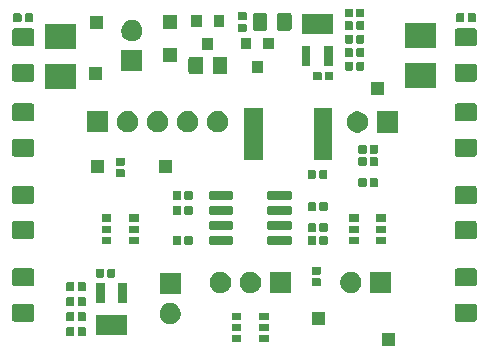
<source format=gbr>
G04 #@! TF.GenerationSoftware,KiCad,Pcbnew,5.1.5-52549c5~84~ubuntu18.04.1*
G04 #@! TF.CreationDate,2020-03-31T23:43:49+01:00*
G04 #@! TF.ProjectId,OverdrivePedal_RevB,4f766572-6472-4697-9665-506564616c5f,RevB*
G04 #@! TF.SameCoordinates,Original*
G04 #@! TF.FileFunction,Soldermask,Top*
G04 #@! TF.FilePolarity,Negative*
%FSLAX46Y46*%
G04 Gerber Fmt 4.6, Leading zero omitted, Abs format (unit mm)*
G04 Created by KiCad (PCBNEW 5.1.5-52549c5~84~ubuntu18.04.1) date 2020-03-31 23:43:49*
%MOMM*%
%LPD*%
G04 APERTURE LIST*
%ADD10C,0.100000*%
G04 APERTURE END LIST*
D10*
G36*
X157218200Y-110355200D02*
G01*
X156116200Y-110355200D01*
X156116200Y-109253200D01*
X157218200Y-109253200D01*
X157218200Y-110355200D01*
G37*
G36*
X146518800Y-110044200D02*
G01*
X145716800Y-110044200D01*
X145716800Y-109432200D01*
X146518800Y-109432200D01*
X146518800Y-110044200D01*
G37*
G36*
X144198800Y-110044200D02*
G01*
X143396800Y-110044200D01*
X143396800Y-109432200D01*
X144198800Y-109432200D01*
X144198800Y-110044200D01*
G37*
G36*
X129972338Y-108775516D02*
G01*
X129992957Y-108781771D01*
X130011953Y-108791924D01*
X130028608Y-108805592D01*
X130042276Y-108822247D01*
X130052429Y-108841243D01*
X130058684Y-108861862D01*
X130061400Y-108889440D01*
X130061400Y-109398160D01*
X130058684Y-109425738D01*
X130052429Y-109446357D01*
X130042276Y-109465353D01*
X130028608Y-109482008D01*
X130011953Y-109495676D01*
X129992957Y-109505829D01*
X129972338Y-109512084D01*
X129944760Y-109514800D01*
X129486040Y-109514800D01*
X129458462Y-109512084D01*
X129437843Y-109505829D01*
X129418847Y-109495676D01*
X129402192Y-109482008D01*
X129388524Y-109465353D01*
X129378371Y-109446357D01*
X129372116Y-109425738D01*
X129369400Y-109398160D01*
X129369400Y-108889440D01*
X129372116Y-108861862D01*
X129378371Y-108841243D01*
X129388524Y-108822247D01*
X129402192Y-108805592D01*
X129418847Y-108791924D01*
X129437843Y-108781771D01*
X129458462Y-108775516D01*
X129486040Y-108772800D01*
X129944760Y-108772800D01*
X129972338Y-108775516D01*
G37*
G36*
X130942338Y-108775516D02*
G01*
X130962957Y-108781771D01*
X130981953Y-108791924D01*
X130998608Y-108805592D01*
X131012276Y-108822247D01*
X131022429Y-108841243D01*
X131028684Y-108861862D01*
X131031400Y-108889440D01*
X131031400Y-109398160D01*
X131028684Y-109425738D01*
X131022429Y-109446357D01*
X131012276Y-109465353D01*
X130998608Y-109482008D01*
X130981953Y-109495676D01*
X130962957Y-109505829D01*
X130942338Y-109512084D01*
X130914760Y-109514800D01*
X130456040Y-109514800D01*
X130428462Y-109512084D01*
X130407843Y-109505829D01*
X130388847Y-109495676D01*
X130372192Y-109482008D01*
X130358524Y-109465353D01*
X130348371Y-109446357D01*
X130342116Y-109425738D01*
X130339400Y-109398160D01*
X130339400Y-108889440D01*
X130342116Y-108861862D01*
X130348371Y-108841243D01*
X130358524Y-108822247D01*
X130372192Y-108805592D01*
X130388847Y-108791924D01*
X130407843Y-108781771D01*
X130428462Y-108775516D01*
X130456040Y-108772800D01*
X130914760Y-108772800D01*
X130942338Y-108775516D01*
G37*
G36*
X134549000Y-109419800D02*
G01*
X131897000Y-109419800D01*
X131897000Y-107757800D01*
X134549000Y-107757800D01*
X134549000Y-109419800D01*
G37*
G36*
X146518800Y-109094200D02*
G01*
X145716800Y-109094200D01*
X145716800Y-108482200D01*
X146518800Y-108482200D01*
X146518800Y-109094200D01*
G37*
G36*
X144198800Y-109094200D02*
G01*
X143396800Y-109094200D01*
X143396800Y-108482200D01*
X144198800Y-108482200D01*
X144198800Y-109094200D01*
G37*
G36*
X151300000Y-108551800D02*
G01*
X150198000Y-108551800D01*
X150198000Y-107449800D01*
X151300000Y-107449800D01*
X151300000Y-108551800D01*
G37*
G36*
X138289512Y-106723727D02*
G01*
X138438812Y-106753424D01*
X138602784Y-106821344D01*
X138750354Y-106919947D01*
X138875853Y-107045446D01*
X138974456Y-107193016D01*
X139042376Y-107356988D01*
X139060837Y-107449800D01*
X139073999Y-107515969D01*
X139077000Y-107531059D01*
X139077000Y-107708541D01*
X139042376Y-107882612D01*
X138974456Y-108046584D01*
X138875853Y-108194154D01*
X138750354Y-108319653D01*
X138602784Y-108418256D01*
X138438812Y-108486176D01*
X138289512Y-108515873D01*
X138264742Y-108520800D01*
X138087258Y-108520800D01*
X138062488Y-108515873D01*
X137913188Y-108486176D01*
X137749216Y-108418256D01*
X137601646Y-108319653D01*
X137476147Y-108194154D01*
X137377544Y-108046584D01*
X137309624Y-107882612D01*
X137275000Y-107708541D01*
X137275000Y-107531059D01*
X137278002Y-107515969D01*
X137291163Y-107449800D01*
X137309624Y-107356988D01*
X137377544Y-107193016D01*
X137476147Y-107045446D01*
X137601646Y-106919947D01*
X137749216Y-106821344D01*
X137913188Y-106753424D01*
X138062488Y-106723727D01*
X138087258Y-106718800D01*
X138264742Y-106718800D01*
X138289512Y-106723727D01*
G37*
G36*
X126505562Y-106773181D02*
G01*
X126540481Y-106783774D01*
X126572663Y-106800976D01*
X126600873Y-106824127D01*
X126624024Y-106852337D01*
X126641226Y-106884519D01*
X126651819Y-106919438D01*
X126656000Y-106961895D01*
X126656000Y-108103105D01*
X126651819Y-108145562D01*
X126641226Y-108180481D01*
X126624024Y-108212663D01*
X126600873Y-108240873D01*
X126572663Y-108264024D01*
X126540481Y-108281226D01*
X126505562Y-108291819D01*
X126463105Y-108296000D01*
X124996895Y-108296000D01*
X124954438Y-108291819D01*
X124919519Y-108281226D01*
X124887337Y-108264024D01*
X124859127Y-108240873D01*
X124835976Y-108212663D01*
X124818774Y-108180481D01*
X124808181Y-108145562D01*
X124804000Y-108103105D01*
X124804000Y-106961895D01*
X124808181Y-106919438D01*
X124818774Y-106884519D01*
X124835976Y-106852337D01*
X124859127Y-106824127D01*
X124887337Y-106800976D01*
X124919519Y-106783774D01*
X124954438Y-106773181D01*
X124996895Y-106769000D01*
X126463105Y-106769000D01*
X126505562Y-106773181D01*
G37*
G36*
X163970562Y-106773181D02*
G01*
X164005481Y-106783774D01*
X164037663Y-106800976D01*
X164065873Y-106824127D01*
X164089024Y-106852337D01*
X164106226Y-106884519D01*
X164116819Y-106919438D01*
X164121000Y-106961895D01*
X164121000Y-108103105D01*
X164116819Y-108145562D01*
X164106226Y-108180481D01*
X164089024Y-108212663D01*
X164065873Y-108240873D01*
X164037663Y-108264024D01*
X164005481Y-108281226D01*
X163970562Y-108291819D01*
X163928105Y-108296000D01*
X162461895Y-108296000D01*
X162419438Y-108291819D01*
X162384519Y-108281226D01*
X162352337Y-108264024D01*
X162324127Y-108240873D01*
X162300976Y-108212663D01*
X162283774Y-108180481D01*
X162273181Y-108145562D01*
X162269000Y-108103105D01*
X162269000Y-106961895D01*
X162273181Y-106919438D01*
X162283774Y-106884519D01*
X162300976Y-106852337D01*
X162324127Y-106824127D01*
X162352337Y-106800976D01*
X162384519Y-106783774D01*
X162419438Y-106773181D01*
X162461895Y-106769000D01*
X163928105Y-106769000D01*
X163970562Y-106773181D01*
G37*
G36*
X130942338Y-107505516D02*
G01*
X130962957Y-107511771D01*
X130981953Y-107521924D01*
X130998608Y-107535592D01*
X131012276Y-107552247D01*
X131022429Y-107571243D01*
X131028684Y-107591862D01*
X131031400Y-107619440D01*
X131031400Y-108128160D01*
X131028684Y-108155738D01*
X131022429Y-108176357D01*
X131012276Y-108195353D01*
X130998608Y-108212008D01*
X130981953Y-108225676D01*
X130962957Y-108235829D01*
X130942338Y-108242084D01*
X130914760Y-108244800D01*
X130456040Y-108244800D01*
X130428462Y-108242084D01*
X130407843Y-108235829D01*
X130388847Y-108225676D01*
X130372192Y-108212008D01*
X130358524Y-108195353D01*
X130348371Y-108176357D01*
X130342116Y-108155738D01*
X130339400Y-108128160D01*
X130339400Y-107619440D01*
X130342116Y-107591862D01*
X130348371Y-107571243D01*
X130358524Y-107552247D01*
X130372192Y-107535592D01*
X130388847Y-107521924D01*
X130407843Y-107511771D01*
X130428462Y-107505516D01*
X130456040Y-107502800D01*
X130914760Y-107502800D01*
X130942338Y-107505516D01*
G37*
G36*
X129972338Y-107505516D02*
G01*
X129992957Y-107511771D01*
X130011953Y-107521924D01*
X130028608Y-107535592D01*
X130042276Y-107552247D01*
X130052429Y-107571243D01*
X130058684Y-107591862D01*
X130061400Y-107619440D01*
X130061400Y-108128160D01*
X130058684Y-108155738D01*
X130052429Y-108176357D01*
X130042276Y-108195353D01*
X130028608Y-108212008D01*
X130011953Y-108225676D01*
X129992957Y-108235829D01*
X129972338Y-108242084D01*
X129944760Y-108244800D01*
X129486040Y-108244800D01*
X129458462Y-108242084D01*
X129437843Y-108235829D01*
X129418847Y-108225676D01*
X129402192Y-108212008D01*
X129388524Y-108195353D01*
X129378371Y-108176357D01*
X129372116Y-108155738D01*
X129369400Y-108128160D01*
X129369400Y-107619440D01*
X129372116Y-107591862D01*
X129378371Y-107571243D01*
X129388524Y-107552247D01*
X129402192Y-107535592D01*
X129418847Y-107521924D01*
X129437843Y-107511771D01*
X129458462Y-107505516D01*
X129486040Y-107502800D01*
X129944760Y-107502800D01*
X129972338Y-107505516D01*
G37*
G36*
X146518800Y-108144200D02*
G01*
X145716800Y-108144200D01*
X145716800Y-107532200D01*
X146518800Y-107532200D01*
X146518800Y-108144200D01*
G37*
G36*
X144198800Y-108144200D02*
G01*
X143396800Y-108144200D01*
X143396800Y-107532200D01*
X144198800Y-107532200D01*
X144198800Y-108144200D01*
G37*
G36*
X130942338Y-106235516D02*
G01*
X130962957Y-106241771D01*
X130981953Y-106251924D01*
X130998608Y-106265592D01*
X131012276Y-106282247D01*
X131022429Y-106301243D01*
X131028684Y-106321862D01*
X131031400Y-106349440D01*
X131031400Y-106858160D01*
X131028684Y-106885738D01*
X131022429Y-106906357D01*
X131012276Y-106925353D01*
X130998608Y-106942008D01*
X130981953Y-106955676D01*
X130962957Y-106965829D01*
X130942338Y-106972084D01*
X130914760Y-106974800D01*
X130456040Y-106974800D01*
X130428462Y-106972084D01*
X130407843Y-106965829D01*
X130388847Y-106955676D01*
X130372192Y-106942008D01*
X130358524Y-106925353D01*
X130348371Y-106906357D01*
X130342116Y-106885738D01*
X130339400Y-106858160D01*
X130339400Y-106349440D01*
X130342116Y-106321862D01*
X130348371Y-106301243D01*
X130358524Y-106282247D01*
X130372192Y-106265592D01*
X130388847Y-106251924D01*
X130407843Y-106241771D01*
X130428462Y-106235516D01*
X130456040Y-106232800D01*
X130914760Y-106232800D01*
X130942338Y-106235516D01*
G37*
G36*
X129972338Y-106235516D02*
G01*
X129992957Y-106241771D01*
X130011953Y-106251924D01*
X130028608Y-106265592D01*
X130042276Y-106282247D01*
X130052429Y-106301243D01*
X130058684Y-106321862D01*
X130061400Y-106349440D01*
X130061400Y-106858160D01*
X130058684Y-106885738D01*
X130052429Y-106906357D01*
X130042276Y-106925353D01*
X130028608Y-106942008D01*
X130011953Y-106955676D01*
X129992957Y-106965829D01*
X129972338Y-106972084D01*
X129944760Y-106974800D01*
X129486040Y-106974800D01*
X129458462Y-106972084D01*
X129437843Y-106965829D01*
X129418847Y-106955676D01*
X129402192Y-106942008D01*
X129388524Y-106925353D01*
X129378371Y-106906357D01*
X129372116Y-106885738D01*
X129369400Y-106858160D01*
X129369400Y-106349440D01*
X129372116Y-106321862D01*
X129378371Y-106301243D01*
X129388524Y-106282247D01*
X129402192Y-106265592D01*
X129418847Y-106251924D01*
X129437843Y-106241771D01*
X129458462Y-106235516D01*
X129486040Y-106232800D01*
X129944760Y-106232800D01*
X129972338Y-106235516D01*
G37*
G36*
X132649000Y-106719800D02*
G01*
X131897000Y-106719800D01*
X131897000Y-105057800D01*
X132649000Y-105057800D01*
X132649000Y-106719800D01*
G37*
G36*
X134549000Y-106719800D02*
G01*
X133797000Y-106719800D01*
X133797000Y-105057800D01*
X134549000Y-105057800D01*
X134549000Y-106719800D01*
G37*
G36*
X139077000Y-105980800D02*
G01*
X137275000Y-105980800D01*
X137275000Y-104178800D01*
X139077000Y-104178800D01*
X139077000Y-105980800D01*
G37*
G36*
X156907800Y-105879200D02*
G01*
X155105800Y-105879200D01*
X155105800Y-104077200D01*
X156907800Y-104077200D01*
X156907800Y-105879200D01*
G37*
G36*
X142531312Y-104082127D02*
G01*
X142680612Y-104111824D01*
X142844584Y-104179744D01*
X142992154Y-104278347D01*
X143117653Y-104403846D01*
X143216256Y-104551416D01*
X143284176Y-104715388D01*
X143318800Y-104889459D01*
X143318800Y-105066941D01*
X143284176Y-105241012D01*
X143216256Y-105404984D01*
X143117653Y-105552554D01*
X142992154Y-105678053D01*
X142844584Y-105776656D01*
X142680612Y-105844576D01*
X142531312Y-105874273D01*
X142506542Y-105879200D01*
X142329058Y-105879200D01*
X142304288Y-105874273D01*
X142154988Y-105844576D01*
X141991016Y-105776656D01*
X141843446Y-105678053D01*
X141717947Y-105552554D01*
X141619344Y-105404984D01*
X141551424Y-105241012D01*
X141516800Y-105066941D01*
X141516800Y-104889459D01*
X141551424Y-104715388D01*
X141619344Y-104551416D01*
X141717947Y-104403846D01*
X141843446Y-104278347D01*
X141991016Y-104179744D01*
X142154988Y-104111824D01*
X142304288Y-104082127D01*
X142329058Y-104077200D01*
X142506542Y-104077200D01*
X142531312Y-104082127D01*
G37*
G36*
X145071312Y-104082127D02*
G01*
X145220612Y-104111824D01*
X145384584Y-104179744D01*
X145532154Y-104278347D01*
X145657653Y-104403846D01*
X145756256Y-104551416D01*
X145824176Y-104715388D01*
X145858800Y-104889459D01*
X145858800Y-105066941D01*
X145824176Y-105241012D01*
X145756256Y-105404984D01*
X145657653Y-105552554D01*
X145532154Y-105678053D01*
X145384584Y-105776656D01*
X145220612Y-105844576D01*
X145071312Y-105874273D01*
X145046542Y-105879200D01*
X144869058Y-105879200D01*
X144844288Y-105874273D01*
X144694988Y-105844576D01*
X144531016Y-105776656D01*
X144383446Y-105678053D01*
X144257947Y-105552554D01*
X144159344Y-105404984D01*
X144091424Y-105241012D01*
X144056800Y-105066941D01*
X144056800Y-104889459D01*
X144091424Y-104715388D01*
X144159344Y-104551416D01*
X144257947Y-104403846D01*
X144383446Y-104278347D01*
X144531016Y-104179744D01*
X144694988Y-104111824D01*
X144844288Y-104082127D01*
X144869058Y-104077200D01*
X145046542Y-104077200D01*
X145071312Y-104082127D01*
G37*
G36*
X148398800Y-105879200D02*
G01*
X146596800Y-105879200D01*
X146596800Y-104077200D01*
X148398800Y-104077200D01*
X148398800Y-105879200D01*
G37*
G36*
X153580312Y-104082127D02*
G01*
X153729612Y-104111824D01*
X153893584Y-104179744D01*
X154041154Y-104278347D01*
X154166653Y-104403846D01*
X154265256Y-104551416D01*
X154333176Y-104715388D01*
X154367800Y-104889459D01*
X154367800Y-105066941D01*
X154333176Y-105241012D01*
X154265256Y-105404984D01*
X154166653Y-105552554D01*
X154041154Y-105678053D01*
X153893584Y-105776656D01*
X153729612Y-105844576D01*
X153580312Y-105874273D01*
X153555542Y-105879200D01*
X153378058Y-105879200D01*
X153353288Y-105874273D01*
X153203988Y-105844576D01*
X153040016Y-105776656D01*
X152892446Y-105678053D01*
X152766947Y-105552554D01*
X152668344Y-105404984D01*
X152600424Y-105241012D01*
X152565800Y-105066941D01*
X152565800Y-104889459D01*
X152600424Y-104715388D01*
X152668344Y-104551416D01*
X152766947Y-104403846D01*
X152892446Y-104278347D01*
X153040016Y-104179744D01*
X153203988Y-104111824D01*
X153353288Y-104082127D01*
X153378058Y-104077200D01*
X153555542Y-104077200D01*
X153580312Y-104082127D01*
G37*
G36*
X129972338Y-104965516D02*
G01*
X129992957Y-104971771D01*
X130011953Y-104981924D01*
X130028608Y-104995592D01*
X130042276Y-105012247D01*
X130052429Y-105031243D01*
X130058684Y-105051862D01*
X130061400Y-105079440D01*
X130061400Y-105588160D01*
X130058684Y-105615738D01*
X130052429Y-105636357D01*
X130042276Y-105655353D01*
X130028608Y-105672008D01*
X130011953Y-105685676D01*
X129992957Y-105695829D01*
X129972338Y-105702084D01*
X129944760Y-105704800D01*
X129486040Y-105704800D01*
X129458462Y-105702084D01*
X129437843Y-105695829D01*
X129418847Y-105685676D01*
X129402192Y-105672008D01*
X129388524Y-105655353D01*
X129378371Y-105636357D01*
X129372116Y-105615738D01*
X129369400Y-105588160D01*
X129369400Y-105079440D01*
X129372116Y-105051862D01*
X129378371Y-105031243D01*
X129388524Y-105012247D01*
X129402192Y-104995592D01*
X129418847Y-104981924D01*
X129437843Y-104971771D01*
X129458462Y-104965516D01*
X129486040Y-104962800D01*
X129944760Y-104962800D01*
X129972338Y-104965516D01*
G37*
G36*
X130942338Y-104965516D02*
G01*
X130962957Y-104971771D01*
X130981953Y-104981924D01*
X130998608Y-104995592D01*
X131012276Y-105012247D01*
X131022429Y-105031243D01*
X131028684Y-105051862D01*
X131031400Y-105079440D01*
X131031400Y-105588160D01*
X131028684Y-105615738D01*
X131022429Y-105636357D01*
X131012276Y-105655353D01*
X130998608Y-105672008D01*
X130981953Y-105685676D01*
X130962957Y-105695829D01*
X130942338Y-105702084D01*
X130914760Y-105704800D01*
X130456040Y-105704800D01*
X130428462Y-105702084D01*
X130407843Y-105695829D01*
X130388847Y-105685676D01*
X130372192Y-105672008D01*
X130358524Y-105655353D01*
X130348371Y-105636357D01*
X130342116Y-105615738D01*
X130339400Y-105588160D01*
X130339400Y-105079440D01*
X130342116Y-105051862D01*
X130348371Y-105031243D01*
X130358524Y-105012247D01*
X130372192Y-104995592D01*
X130388847Y-104981924D01*
X130407843Y-104971771D01*
X130428462Y-104965516D01*
X130456040Y-104962800D01*
X130914760Y-104962800D01*
X130942338Y-104965516D01*
G37*
G36*
X163970562Y-103798181D02*
G01*
X164005481Y-103808774D01*
X164037663Y-103825976D01*
X164065873Y-103849127D01*
X164089024Y-103877337D01*
X164106226Y-103909519D01*
X164116819Y-103944438D01*
X164121000Y-103986895D01*
X164121000Y-105128105D01*
X164116819Y-105170562D01*
X164106226Y-105205481D01*
X164089024Y-105237663D01*
X164065873Y-105265873D01*
X164037663Y-105289024D01*
X164005481Y-105306226D01*
X163970562Y-105316819D01*
X163928105Y-105321000D01*
X162461895Y-105321000D01*
X162419438Y-105316819D01*
X162384519Y-105306226D01*
X162352337Y-105289024D01*
X162324127Y-105265873D01*
X162300976Y-105237663D01*
X162283774Y-105205481D01*
X162273181Y-105170562D01*
X162269000Y-105128105D01*
X162269000Y-103986895D01*
X162273181Y-103944438D01*
X162283774Y-103909519D01*
X162300976Y-103877337D01*
X162324127Y-103849127D01*
X162352337Y-103825976D01*
X162384519Y-103808774D01*
X162419438Y-103798181D01*
X162461895Y-103794000D01*
X163928105Y-103794000D01*
X163970562Y-103798181D01*
G37*
G36*
X126505562Y-103798181D02*
G01*
X126540481Y-103808774D01*
X126572663Y-103825976D01*
X126600873Y-103849127D01*
X126624024Y-103877337D01*
X126641226Y-103909519D01*
X126651819Y-103944438D01*
X126656000Y-103986895D01*
X126656000Y-105128105D01*
X126651819Y-105170562D01*
X126641226Y-105205481D01*
X126624024Y-105237663D01*
X126600873Y-105265873D01*
X126572663Y-105289024D01*
X126540481Y-105306226D01*
X126505562Y-105316819D01*
X126463105Y-105321000D01*
X124996895Y-105321000D01*
X124954438Y-105316819D01*
X124919519Y-105306226D01*
X124887337Y-105289024D01*
X124859127Y-105265873D01*
X124835976Y-105237663D01*
X124818774Y-105205481D01*
X124808181Y-105170562D01*
X124804000Y-105128105D01*
X124804000Y-103986895D01*
X124808181Y-103944438D01*
X124818774Y-103909519D01*
X124835976Y-103877337D01*
X124859127Y-103849127D01*
X124887337Y-103825976D01*
X124919519Y-103808774D01*
X124954438Y-103798181D01*
X124996895Y-103794000D01*
X126463105Y-103794000D01*
X126505562Y-103798181D01*
G37*
G36*
X150827738Y-104611916D02*
G01*
X150848357Y-104618171D01*
X150867353Y-104628324D01*
X150884008Y-104641992D01*
X150897676Y-104658647D01*
X150907829Y-104677643D01*
X150914084Y-104698262D01*
X150916800Y-104725840D01*
X150916800Y-105184560D01*
X150914084Y-105212138D01*
X150907829Y-105232757D01*
X150897676Y-105251753D01*
X150884008Y-105268408D01*
X150867353Y-105282076D01*
X150848357Y-105292229D01*
X150827738Y-105298484D01*
X150800160Y-105301200D01*
X150291440Y-105301200D01*
X150263862Y-105298484D01*
X150243243Y-105292229D01*
X150224247Y-105282076D01*
X150207592Y-105268408D01*
X150193924Y-105251753D01*
X150183771Y-105232757D01*
X150177516Y-105212138D01*
X150174800Y-105184560D01*
X150174800Y-104725840D01*
X150177516Y-104698262D01*
X150183771Y-104677643D01*
X150193924Y-104658647D01*
X150207592Y-104641992D01*
X150224247Y-104628324D01*
X150243243Y-104618171D01*
X150263862Y-104611916D01*
X150291440Y-104609200D01*
X150800160Y-104609200D01*
X150827738Y-104611916D01*
G37*
G36*
X132486938Y-103822516D02*
G01*
X132507557Y-103828771D01*
X132526553Y-103838924D01*
X132543208Y-103852592D01*
X132556876Y-103869247D01*
X132567029Y-103888243D01*
X132573284Y-103908862D01*
X132576000Y-103936440D01*
X132576000Y-104445160D01*
X132573284Y-104472738D01*
X132567029Y-104493357D01*
X132556876Y-104512353D01*
X132543208Y-104529008D01*
X132526553Y-104542676D01*
X132507557Y-104552829D01*
X132486938Y-104559084D01*
X132459360Y-104561800D01*
X132000640Y-104561800D01*
X131973062Y-104559084D01*
X131952443Y-104552829D01*
X131933447Y-104542676D01*
X131916792Y-104529008D01*
X131903124Y-104512353D01*
X131892971Y-104493357D01*
X131886716Y-104472738D01*
X131884000Y-104445160D01*
X131884000Y-103936440D01*
X131886716Y-103908862D01*
X131892971Y-103888243D01*
X131903124Y-103869247D01*
X131916792Y-103852592D01*
X131933447Y-103838924D01*
X131952443Y-103828771D01*
X131973062Y-103822516D01*
X132000640Y-103819800D01*
X132459360Y-103819800D01*
X132486938Y-103822516D01*
G37*
G36*
X133456938Y-103822516D02*
G01*
X133477557Y-103828771D01*
X133496553Y-103838924D01*
X133513208Y-103852592D01*
X133526876Y-103869247D01*
X133537029Y-103888243D01*
X133543284Y-103908862D01*
X133546000Y-103936440D01*
X133546000Y-104445160D01*
X133543284Y-104472738D01*
X133537029Y-104493357D01*
X133526876Y-104512353D01*
X133513208Y-104529008D01*
X133496553Y-104542676D01*
X133477557Y-104552829D01*
X133456938Y-104559084D01*
X133429360Y-104561800D01*
X132970640Y-104561800D01*
X132943062Y-104559084D01*
X132922443Y-104552829D01*
X132903447Y-104542676D01*
X132886792Y-104529008D01*
X132873124Y-104512353D01*
X132862971Y-104493357D01*
X132856716Y-104472738D01*
X132854000Y-104445160D01*
X132854000Y-103936440D01*
X132856716Y-103908862D01*
X132862971Y-103888243D01*
X132873124Y-103869247D01*
X132886792Y-103852592D01*
X132903447Y-103838924D01*
X132922443Y-103828771D01*
X132943062Y-103822516D01*
X132970640Y-103819800D01*
X133429360Y-103819800D01*
X133456938Y-103822516D01*
G37*
G36*
X150827738Y-103641916D02*
G01*
X150848357Y-103648171D01*
X150867353Y-103658324D01*
X150884008Y-103671992D01*
X150897676Y-103688647D01*
X150907829Y-103707643D01*
X150914084Y-103728262D01*
X150916800Y-103755840D01*
X150916800Y-104214560D01*
X150914084Y-104242138D01*
X150907829Y-104262757D01*
X150897676Y-104281753D01*
X150884008Y-104298408D01*
X150867353Y-104312076D01*
X150848357Y-104322229D01*
X150827738Y-104328484D01*
X150800160Y-104331200D01*
X150291440Y-104331200D01*
X150263862Y-104328484D01*
X150243243Y-104322229D01*
X150224247Y-104312076D01*
X150207592Y-104298408D01*
X150193924Y-104281753D01*
X150183771Y-104262757D01*
X150177516Y-104242138D01*
X150174800Y-104214560D01*
X150174800Y-103755840D01*
X150177516Y-103728262D01*
X150183771Y-103707643D01*
X150193924Y-103688647D01*
X150207592Y-103671992D01*
X150224247Y-103658324D01*
X150243243Y-103648171D01*
X150263862Y-103641916D01*
X150291440Y-103639200D01*
X150800160Y-103639200D01*
X150827738Y-103641916D01*
G37*
G36*
X151414738Y-101053916D02*
G01*
X151435357Y-101060171D01*
X151454353Y-101070324D01*
X151471008Y-101083992D01*
X151484676Y-101100647D01*
X151494829Y-101119643D01*
X151501084Y-101140262D01*
X151503800Y-101167840D01*
X151503800Y-101676560D01*
X151501084Y-101704138D01*
X151494829Y-101724757D01*
X151484676Y-101743753D01*
X151471008Y-101760408D01*
X151454353Y-101774076D01*
X151435357Y-101784229D01*
X151414738Y-101790484D01*
X151387160Y-101793200D01*
X150928440Y-101793200D01*
X150900862Y-101790484D01*
X150880243Y-101784229D01*
X150861247Y-101774076D01*
X150844592Y-101760408D01*
X150830924Y-101743753D01*
X150820771Y-101724757D01*
X150814516Y-101704138D01*
X150811800Y-101676560D01*
X150811800Y-101167840D01*
X150814516Y-101140262D01*
X150820771Y-101119643D01*
X150830924Y-101100647D01*
X150844592Y-101083992D01*
X150861247Y-101070324D01*
X150880243Y-101060171D01*
X150900862Y-101053916D01*
X150928440Y-101051200D01*
X151387160Y-101051200D01*
X151414738Y-101053916D01*
G37*
G36*
X139984738Y-101053916D02*
G01*
X140005357Y-101060171D01*
X140024353Y-101070324D01*
X140041008Y-101083992D01*
X140054676Y-101100647D01*
X140064829Y-101119643D01*
X140071084Y-101140262D01*
X140073800Y-101167840D01*
X140073800Y-101676560D01*
X140071084Y-101704138D01*
X140064829Y-101724757D01*
X140054676Y-101743753D01*
X140041008Y-101760408D01*
X140024353Y-101774076D01*
X140005357Y-101784229D01*
X139984738Y-101790484D01*
X139957160Y-101793200D01*
X139498440Y-101793200D01*
X139470862Y-101790484D01*
X139450243Y-101784229D01*
X139431247Y-101774076D01*
X139414592Y-101760408D01*
X139400924Y-101743753D01*
X139390771Y-101724757D01*
X139384516Y-101704138D01*
X139381800Y-101676560D01*
X139381800Y-101167840D01*
X139384516Y-101140262D01*
X139390771Y-101119643D01*
X139400924Y-101100647D01*
X139414592Y-101083992D01*
X139431247Y-101070324D01*
X139450243Y-101060171D01*
X139470862Y-101053916D01*
X139498440Y-101051200D01*
X139957160Y-101051200D01*
X139984738Y-101053916D01*
G37*
G36*
X150444738Y-101053916D02*
G01*
X150465357Y-101060171D01*
X150484353Y-101070324D01*
X150501008Y-101083992D01*
X150514676Y-101100647D01*
X150524829Y-101119643D01*
X150531084Y-101140262D01*
X150533800Y-101167840D01*
X150533800Y-101676560D01*
X150531084Y-101704138D01*
X150524829Y-101724757D01*
X150514676Y-101743753D01*
X150501008Y-101760408D01*
X150484353Y-101774076D01*
X150465357Y-101784229D01*
X150444738Y-101790484D01*
X150417160Y-101793200D01*
X149958440Y-101793200D01*
X149930862Y-101790484D01*
X149910243Y-101784229D01*
X149891247Y-101774076D01*
X149874592Y-101760408D01*
X149860924Y-101743753D01*
X149850771Y-101724757D01*
X149844516Y-101704138D01*
X149841800Y-101676560D01*
X149841800Y-101167840D01*
X149844516Y-101140262D01*
X149850771Y-101119643D01*
X149860924Y-101100647D01*
X149874592Y-101083992D01*
X149891247Y-101070324D01*
X149910243Y-101060171D01*
X149930862Y-101053916D01*
X149958440Y-101051200D01*
X150417160Y-101051200D01*
X150444738Y-101053916D01*
G37*
G36*
X139014738Y-101053916D02*
G01*
X139035357Y-101060171D01*
X139054353Y-101070324D01*
X139071008Y-101083992D01*
X139084676Y-101100647D01*
X139094829Y-101119643D01*
X139101084Y-101140262D01*
X139103800Y-101167840D01*
X139103800Y-101676560D01*
X139101084Y-101704138D01*
X139094829Y-101724757D01*
X139084676Y-101743753D01*
X139071008Y-101760408D01*
X139054353Y-101774076D01*
X139035357Y-101784229D01*
X139014738Y-101790484D01*
X138987160Y-101793200D01*
X138528440Y-101793200D01*
X138500862Y-101790484D01*
X138480243Y-101784229D01*
X138461247Y-101774076D01*
X138444592Y-101760408D01*
X138430924Y-101743753D01*
X138420771Y-101724757D01*
X138414516Y-101704138D01*
X138411800Y-101676560D01*
X138411800Y-101167840D01*
X138414516Y-101140262D01*
X138420771Y-101119643D01*
X138430924Y-101100647D01*
X138444592Y-101083992D01*
X138461247Y-101070324D01*
X138480243Y-101060171D01*
X138500862Y-101053916D01*
X138528440Y-101051200D01*
X138987160Y-101051200D01*
X139014738Y-101053916D01*
G37*
G36*
X143417728Y-101073964D02*
G01*
X143438809Y-101080360D01*
X143458245Y-101090748D01*
X143475276Y-101104724D01*
X143489252Y-101121755D01*
X143499640Y-101141191D01*
X143506036Y-101162272D01*
X143508800Y-101190340D01*
X143508800Y-101654060D01*
X143506036Y-101682128D01*
X143499640Y-101703209D01*
X143489252Y-101722645D01*
X143475276Y-101739676D01*
X143458245Y-101753652D01*
X143438809Y-101764040D01*
X143417728Y-101770436D01*
X143389660Y-101773200D01*
X141575940Y-101773200D01*
X141547872Y-101770436D01*
X141526791Y-101764040D01*
X141507355Y-101753652D01*
X141490324Y-101739676D01*
X141476348Y-101722645D01*
X141465960Y-101703209D01*
X141459564Y-101682128D01*
X141456800Y-101654060D01*
X141456800Y-101190340D01*
X141459564Y-101162272D01*
X141465960Y-101141191D01*
X141476348Y-101121755D01*
X141490324Y-101104724D01*
X141507355Y-101090748D01*
X141526791Y-101080360D01*
X141547872Y-101073964D01*
X141575940Y-101071200D01*
X143389660Y-101071200D01*
X143417728Y-101073964D01*
G37*
G36*
X148367728Y-101073964D02*
G01*
X148388809Y-101080360D01*
X148408245Y-101090748D01*
X148425276Y-101104724D01*
X148439252Y-101121755D01*
X148449640Y-101141191D01*
X148456036Y-101162272D01*
X148458800Y-101190340D01*
X148458800Y-101654060D01*
X148456036Y-101682128D01*
X148449640Y-101703209D01*
X148439252Y-101722645D01*
X148425276Y-101739676D01*
X148408245Y-101753652D01*
X148388809Y-101764040D01*
X148367728Y-101770436D01*
X148339660Y-101773200D01*
X146525940Y-101773200D01*
X146497872Y-101770436D01*
X146476791Y-101764040D01*
X146457355Y-101753652D01*
X146440324Y-101739676D01*
X146426348Y-101722645D01*
X146415960Y-101703209D01*
X146409564Y-101682128D01*
X146406800Y-101654060D01*
X146406800Y-101190340D01*
X146409564Y-101162272D01*
X146415960Y-101141191D01*
X146426348Y-101121755D01*
X146440324Y-101104724D01*
X146457355Y-101090748D01*
X146476791Y-101080360D01*
X146497872Y-101073964D01*
X146525940Y-101071200D01*
X148339660Y-101071200D01*
X148367728Y-101073964D01*
G37*
G36*
X154121800Y-101728200D02*
G01*
X153319800Y-101728200D01*
X153319800Y-101116200D01*
X154121800Y-101116200D01*
X154121800Y-101728200D01*
G37*
G36*
X156441800Y-101728200D02*
G01*
X155639800Y-101728200D01*
X155639800Y-101116200D01*
X156441800Y-101116200D01*
X156441800Y-101728200D01*
G37*
G36*
X133200600Y-101725700D02*
G01*
X132398600Y-101725700D01*
X132398600Y-101113700D01*
X133200600Y-101113700D01*
X133200600Y-101725700D01*
G37*
G36*
X135520600Y-101725700D02*
G01*
X134718600Y-101725700D01*
X134718600Y-101113700D01*
X135520600Y-101113700D01*
X135520600Y-101725700D01*
G37*
G36*
X163970562Y-99788181D02*
G01*
X164005481Y-99798774D01*
X164037663Y-99815976D01*
X164065873Y-99839127D01*
X164089024Y-99867337D01*
X164106226Y-99899519D01*
X164116819Y-99934438D01*
X164121000Y-99976895D01*
X164121000Y-101118105D01*
X164116819Y-101160562D01*
X164106226Y-101195481D01*
X164089024Y-101227663D01*
X164065873Y-101255873D01*
X164037663Y-101279024D01*
X164005481Y-101296226D01*
X163970562Y-101306819D01*
X163928105Y-101311000D01*
X162461895Y-101311000D01*
X162419438Y-101306819D01*
X162384519Y-101296226D01*
X162352337Y-101279024D01*
X162324127Y-101255873D01*
X162300976Y-101227663D01*
X162283774Y-101195481D01*
X162273181Y-101160562D01*
X162269000Y-101118105D01*
X162269000Y-99976895D01*
X162273181Y-99934438D01*
X162283774Y-99899519D01*
X162300976Y-99867337D01*
X162324127Y-99839127D01*
X162352337Y-99815976D01*
X162384519Y-99798774D01*
X162419438Y-99788181D01*
X162461895Y-99784000D01*
X163928105Y-99784000D01*
X163970562Y-99788181D01*
G37*
G36*
X126505562Y-99788181D02*
G01*
X126540481Y-99798774D01*
X126572663Y-99815976D01*
X126600873Y-99839127D01*
X126624024Y-99867337D01*
X126641226Y-99899519D01*
X126651819Y-99934438D01*
X126656000Y-99976895D01*
X126656000Y-101118105D01*
X126651819Y-101160562D01*
X126641226Y-101195481D01*
X126624024Y-101227663D01*
X126600873Y-101255873D01*
X126572663Y-101279024D01*
X126540481Y-101296226D01*
X126505562Y-101306819D01*
X126463105Y-101311000D01*
X124996895Y-101311000D01*
X124954438Y-101306819D01*
X124919519Y-101296226D01*
X124887337Y-101279024D01*
X124859127Y-101255873D01*
X124835976Y-101227663D01*
X124818774Y-101195481D01*
X124808181Y-101160562D01*
X124804000Y-101118105D01*
X124804000Y-99976895D01*
X124808181Y-99934438D01*
X124818774Y-99899519D01*
X124835976Y-99867337D01*
X124859127Y-99839127D01*
X124887337Y-99815976D01*
X124919519Y-99798774D01*
X124954438Y-99788181D01*
X124996895Y-99784000D01*
X126463105Y-99784000D01*
X126505562Y-99788181D01*
G37*
G36*
X154121800Y-100778200D02*
G01*
X153319800Y-100778200D01*
X153319800Y-100166200D01*
X154121800Y-100166200D01*
X154121800Y-100778200D01*
G37*
G36*
X156441800Y-100778200D02*
G01*
X155639800Y-100778200D01*
X155639800Y-100166200D01*
X156441800Y-100166200D01*
X156441800Y-100778200D01*
G37*
G36*
X133200600Y-100775700D02*
G01*
X132398600Y-100775700D01*
X132398600Y-100163700D01*
X133200600Y-100163700D01*
X133200600Y-100775700D01*
G37*
G36*
X135520600Y-100775700D02*
G01*
X134718600Y-100775700D01*
X134718600Y-100163700D01*
X135520600Y-100163700D01*
X135520600Y-100775700D01*
G37*
G36*
X151414738Y-99974416D02*
G01*
X151435357Y-99980671D01*
X151454353Y-99990824D01*
X151471008Y-100004492D01*
X151484676Y-100021147D01*
X151494829Y-100040143D01*
X151501084Y-100060762D01*
X151503800Y-100088340D01*
X151503800Y-100597060D01*
X151501084Y-100624638D01*
X151494829Y-100645257D01*
X151484676Y-100664253D01*
X151471008Y-100680908D01*
X151454353Y-100694576D01*
X151435357Y-100704729D01*
X151414738Y-100710984D01*
X151387160Y-100713700D01*
X150928440Y-100713700D01*
X150900862Y-100710984D01*
X150880243Y-100704729D01*
X150861247Y-100694576D01*
X150844592Y-100680908D01*
X150830924Y-100664253D01*
X150820771Y-100645257D01*
X150814516Y-100624638D01*
X150811800Y-100597060D01*
X150811800Y-100088340D01*
X150814516Y-100060762D01*
X150820771Y-100040143D01*
X150830924Y-100021147D01*
X150844592Y-100004492D01*
X150861247Y-99990824D01*
X150880243Y-99980671D01*
X150900862Y-99974416D01*
X150928440Y-99971700D01*
X151387160Y-99971700D01*
X151414738Y-99974416D01*
G37*
G36*
X150444738Y-99974416D02*
G01*
X150465357Y-99980671D01*
X150484353Y-99990824D01*
X150501008Y-100004492D01*
X150514676Y-100021147D01*
X150524829Y-100040143D01*
X150531084Y-100060762D01*
X150533800Y-100088340D01*
X150533800Y-100597060D01*
X150531084Y-100624638D01*
X150524829Y-100645257D01*
X150514676Y-100664253D01*
X150501008Y-100680908D01*
X150484353Y-100694576D01*
X150465357Y-100704729D01*
X150444738Y-100710984D01*
X150417160Y-100713700D01*
X149958440Y-100713700D01*
X149930862Y-100710984D01*
X149910243Y-100704729D01*
X149891247Y-100694576D01*
X149874592Y-100680908D01*
X149860924Y-100664253D01*
X149850771Y-100645257D01*
X149844516Y-100624638D01*
X149841800Y-100597060D01*
X149841800Y-100088340D01*
X149844516Y-100060762D01*
X149850771Y-100040143D01*
X149860924Y-100021147D01*
X149874592Y-100004492D01*
X149891247Y-99990824D01*
X149910243Y-99980671D01*
X149930862Y-99974416D01*
X149958440Y-99971700D01*
X150417160Y-99971700D01*
X150444738Y-99974416D01*
G37*
G36*
X143417728Y-99803964D02*
G01*
X143438809Y-99810360D01*
X143458245Y-99820748D01*
X143475276Y-99834724D01*
X143489252Y-99851755D01*
X143499640Y-99871191D01*
X143506036Y-99892272D01*
X143508800Y-99920340D01*
X143508800Y-100384060D01*
X143506036Y-100412128D01*
X143499640Y-100433209D01*
X143489252Y-100452645D01*
X143475276Y-100469676D01*
X143458245Y-100483652D01*
X143438809Y-100494040D01*
X143417728Y-100500436D01*
X143389660Y-100503200D01*
X141575940Y-100503200D01*
X141547872Y-100500436D01*
X141526791Y-100494040D01*
X141507355Y-100483652D01*
X141490324Y-100469676D01*
X141476348Y-100452645D01*
X141465960Y-100433209D01*
X141459564Y-100412128D01*
X141456800Y-100384060D01*
X141456800Y-99920340D01*
X141459564Y-99892272D01*
X141465960Y-99871191D01*
X141476348Y-99851755D01*
X141490324Y-99834724D01*
X141507355Y-99820748D01*
X141526791Y-99810360D01*
X141547872Y-99803964D01*
X141575940Y-99801200D01*
X143389660Y-99801200D01*
X143417728Y-99803964D01*
G37*
G36*
X148367728Y-99803964D02*
G01*
X148388809Y-99810360D01*
X148408245Y-99820748D01*
X148425276Y-99834724D01*
X148439252Y-99851755D01*
X148449640Y-99871191D01*
X148456036Y-99892272D01*
X148458800Y-99920340D01*
X148458800Y-100384060D01*
X148456036Y-100412128D01*
X148449640Y-100433209D01*
X148439252Y-100452645D01*
X148425276Y-100469676D01*
X148408245Y-100483652D01*
X148388809Y-100494040D01*
X148367728Y-100500436D01*
X148339660Y-100503200D01*
X146525940Y-100503200D01*
X146497872Y-100500436D01*
X146476791Y-100494040D01*
X146457355Y-100483652D01*
X146440324Y-100469676D01*
X146426348Y-100452645D01*
X146415960Y-100433209D01*
X146409564Y-100412128D01*
X146406800Y-100384060D01*
X146406800Y-99920340D01*
X146409564Y-99892272D01*
X146415960Y-99871191D01*
X146426348Y-99851755D01*
X146440324Y-99834724D01*
X146457355Y-99820748D01*
X146476791Y-99810360D01*
X146497872Y-99803964D01*
X146525940Y-99801200D01*
X148339660Y-99801200D01*
X148367728Y-99803964D01*
G37*
G36*
X156441800Y-99828200D02*
G01*
X155639800Y-99828200D01*
X155639800Y-99216200D01*
X156441800Y-99216200D01*
X156441800Y-99828200D01*
G37*
G36*
X154121800Y-99828200D02*
G01*
X153319800Y-99828200D01*
X153319800Y-99216200D01*
X154121800Y-99216200D01*
X154121800Y-99828200D01*
G37*
G36*
X133200600Y-99825700D02*
G01*
X132398600Y-99825700D01*
X132398600Y-99213700D01*
X133200600Y-99213700D01*
X133200600Y-99825700D01*
G37*
G36*
X135520600Y-99825700D02*
G01*
X134718600Y-99825700D01*
X134718600Y-99213700D01*
X135520600Y-99213700D01*
X135520600Y-99825700D01*
G37*
G36*
X139014738Y-98513916D02*
G01*
X139035357Y-98520171D01*
X139054353Y-98530324D01*
X139071008Y-98543992D01*
X139084676Y-98560647D01*
X139094829Y-98579643D01*
X139101084Y-98600262D01*
X139103800Y-98627840D01*
X139103800Y-99136560D01*
X139101084Y-99164138D01*
X139094829Y-99184757D01*
X139084676Y-99203753D01*
X139071008Y-99220408D01*
X139054353Y-99234076D01*
X139035357Y-99244229D01*
X139014738Y-99250484D01*
X138987160Y-99253200D01*
X138528440Y-99253200D01*
X138500862Y-99250484D01*
X138480243Y-99244229D01*
X138461247Y-99234076D01*
X138444592Y-99220408D01*
X138430924Y-99203753D01*
X138420771Y-99184757D01*
X138414516Y-99164138D01*
X138411800Y-99136560D01*
X138411800Y-98627840D01*
X138414516Y-98600262D01*
X138420771Y-98579643D01*
X138430924Y-98560647D01*
X138444592Y-98543992D01*
X138461247Y-98530324D01*
X138480243Y-98520171D01*
X138500862Y-98513916D01*
X138528440Y-98511200D01*
X138987160Y-98511200D01*
X139014738Y-98513916D01*
G37*
G36*
X139984738Y-98513916D02*
G01*
X140005357Y-98520171D01*
X140024353Y-98530324D01*
X140041008Y-98543992D01*
X140054676Y-98560647D01*
X140064829Y-98579643D01*
X140071084Y-98600262D01*
X140073800Y-98627840D01*
X140073800Y-99136560D01*
X140071084Y-99164138D01*
X140064829Y-99184757D01*
X140054676Y-99203753D01*
X140041008Y-99220408D01*
X140024353Y-99234076D01*
X140005357Y-99244229D01*
X139984738Y-99250484D01*
X139957160Y-99253200D01*
X139498440Y-99253200D01*
X139470862Y-99250484D01*
X139450243Y-99244229D01*
X139431247Y-99234076D01*
X139414592Y-99220408D01*
X139400924Y-99203753D01*
X139390771Y-99184757D01*
X139384516Y-99164138D01*
X139381800Y-99136560D01*
X139381800Y-98627840D01*
X139384516Y-98600262D01*
X139390771Y-98579643D01*
X139400924Y-98560647D01*
X139414592Y-98543992D01*
X139431247Y-98530324D01*
X139450243Y-98520171D01*
X139470862Y-98513916D01*
X139498440Y-98511200D01*
X139957160Y-98511200D01*
X139984738Y-98513916D01*
G37*
G36*
X143417728Y-98533964D02*
G01*
X143438809Y-98540360D01*
X143458245Y-98550748D01*
X143475276Y-98564724D01*
X143489252Y-98581755D01*
X143499640Y-98601191D01*
X143506036Y-98622272D01*
X143508800Y-98650340D01*
X143508800Y-99114060D01*
X143506036Y-99142128D01*
X143499640Y-99163209D01*
X143489252Y-99182645D01*
X143475276Y-99199676D01*
X143458245Y-99213652D01*
X143438809Y-99224040D01*
X143417728Y-99230436D01*
X143389660Y-99233200D01*
X141575940Y-99233200D01*
X141547872Y-99230436D01*
X141526791Y-99224040D01*
X141507355Y-99213652D01*
X141490324Y-99199676D01*
X141476348Y-99182645D01*
X141465960Y-99163209D01*
X141459564Y-99142128D01*
X141456800Y-99114060D01*
X141456800Y-98650340D01*
X141459564Y-98622272D01*
X141465960Y-98601191D01*
X141476348Y-98581755D01*
X141490324Y-98564724D01*
X141507355Y-98550748D01*
X141526791Y-98540360D01*
X141547872Y-98533964D01*
X141575940Y-98531200D01*
X143389660Y-98531200D01*
X143417728Y-98533964D01*
G37*
G36*
X148367728Y-98533964D02*
G01*
X148388809Y-98540360D01*
X148408245Y-98550748D01*
X148425276Y-98564724D01*
X148439252Y-98581755D01*
X148449640Y-98601191D01*
X148456036Y-98622272D01*
X148458800Y-98650340D01*
X148458800Y-99114060D01*
X148456036Y-99142128D01*
X148449640Y-99163209D01*
X148439252Y-99182645D01*
X148425276Y-99199676D01*
X148408245Y-99213652D01*
X148388809Y-99224040D01*
X148367728Y-99230436D01*
X148339660Y-99233200D01*
X146525940Y-99233200D01*
X146497872Y-99230436D01*
X146476791Y-99224040D01*
X146457355Y-99213652D01*
X146440324Y-99199676D01*
X146426348Y-99182645D01*
X146415960Y-99163209D01*
X146409564Y-99142128D01*
X146406800Y-99114060D01*
X146406800Y-98650340D01*
X146409564Y-98622272D01*
X146415960Y-98601191D01*
X146426348Y-98581755D01*
X146440324Y-98564724D01*
X146457355Y-98550748D01*
X146476791Y-98540360D01*
X146497872Y-98533964D01*
X146525940Y-98531200D01*
X148339660Y-98531200D01*
X148367728Y-98533964D01*
G37*
G36*
X150444738Y-98196416D02*
G01*
X150465357Y-98202671D01*
X150484353Y-98212824D01*
X150501008Y-98226492D01*
X150514676Y-98243147D01*
X150524829Y-98262143D01*
X150531084Y-98282762D01*
X150533800Y-98310340D01*
X150533800Y-98819060D01*
X150531084Y-98846638D01*
X150524829Y-98867257D01*
X150514676Y-98886253D01*
X150501008Y-98902908D01*
X150484353Y-98916576D01*
X150465357Y-98926729D01*
X150444738Y-98932984D01*
X150417160Y-98935700D01*
X149958440Y-98935700D01*
X149930862Y-98932984D01*
X149910243Y-98926729D01*
X149891247Y-98916576D01*
X149874592Y-98902908D01*
X149860924Y-98886253D01*
X149850771Y-98867257D01*
X149844516Y-98846638D01*
X149841800Y-98819060D01*
X149841800Y-98310340D01*
X149844516Y-98282762D01*
X149850771Y-98262143D01*
X149860924Y-98243147D01*
X149874592Y-98226492D01*
X149891247Y-98212824D01*
X149910243Y-98202671D01*
X149930862Y-98196416D01*
X149958440Y-98193700D01*
X150417160Y-98193700D01*
X150444738Y-98196416D01*
G37*
G36*
X151414738Y-98196416D02*
G01*
X151435357Y-98202671D01*
X151454353Y-98212824D01*
X151471008Y-98226492D01*
X151484676Y-98243147D01*
X151494829Y-98262143D01*
X151501084Y-98282762D01*
X151503800Y-98310340D01*
X151503800Y-98819060D01*
X151501084Y-98846638D01*
X151494829Y-98867257D01*
X151484676Y-98886253D01*
X151471008Y-98902908D01*
X151454353Y-98916576D01*
X151435357Y-98926729D01*
X151414738Y-98932984D01*
X151387160Y-98935700D01*
X150928440Y-98935700D01*
X150900862Y-98932984D01*
X150880243Y-98926729D01*
X150861247Y-98916576D01*
X150844592Y-98902908D01*
X150830924Y-98886253D01*
X150820771Y-98867257D01*
X150814516Y-98846638D01*
X150811800Y-98819060D01*
X150811800Y-98310340D01*
X150814516Y-98282762D01*
X150820771Y-98262143D01*
X150830924Y-98243147D01*
X150844592Y-98226492D01*
X150861247Y-98212824D01*
X150880243Y-98202671D01*
X150900862Y-98196416D01*
X150928440Y-98193700D01*
X151387160Y-98193700D01*
X151414738Y-98196416D01*
G37*
G36*
X163970562Y-96813181D02*
G01*
X164005481Y-96823774D01*
X164037663Y-96840976D01*
X164065873Y-96864127D01*
X164089024Y-96892337D01*
X164106226Y-96924519D01*
X164116819Y-96959438D01*
X164121000Y-97001895D01*
X164121000Y-98143105D01*
X164116819Y-98185562D01*
X164106226Y-98220481D01*
X164089025Y-98252662D01*
X164065873Y-98280873D01*
X164037663Y-98304024D01*
X164005481Y-98321226D01*
X163970562Y-98331819D01*
X163928105Y-98336000D01*
X162461895Y-98336000D01*
X162419438Y-98331819D01*
X162384519Y-98321226D01*
X162352337Y-98304024D01*
X162324127Y-98280873D01*
X162300975Y-98252662D01*
X162283774Y-98220481D01*
X162273181Y-98185562D01*
X162269000Y-98143105D01*
X162269000Y-97001895D01*
X162273181Y-96959438D01*
X162283774Y-96924519D01*
X162300976Y-96892337D01*
X162324127Y-96864127D01*
X162352337Y-96840976D01*
X162384519Y-96823774D01*
X162419438Y-96813181D01*
X162461895Y-96809000D01*
X163928105Y-96809000D01*
X163970562Y-96813181D01*
G37*
G36*
X126505562Y-96813181D02*
G01*
X126540481Y-96823774D01*
X126572663Y-96840976D01*
X126600873Y-96864127D01*
X126624024Y-96892337D01*
X126641226Y-96924519D01*
X126651819Y-96959438D01*
X126656000Y-97001895D01*
X126656000Y-98143105D01*
X126651819Y-98185562D01*
X126641226Y-98220481D01*
X126624025Y-98252662D01*
X126600873Y-98280873D01*
X126572663Y-98304024D01*
X126540481Y-98321226D01*
X126505562Y-98331819D01*
X126463105Y-98336000D01*
X124996895Y-98336000D01*
X124954438Y-98331819D01*
X124919519Y-98321226D01*
X124887337Y-98304024D01*
X124859127Y-98280873D01*
X124835975Y-98252662D01*
X124818774Y-98220481D01*
X124808181Y-98185562D01*
X124804000Y-98143105D01*
X124804000Y-97001895D01*
X124808181Y-96959438D01*
X124818774Y-96924519D01*
X124835976Y-96892337D01*
X124859127Y-96864127D01*
X124887337Y-96840976D01*
X124919519Y-96823774D01*
X124954438Y-96813181D01*
X124996895Y-96809000D01*
X126463105Y-96809000D01*
X126505562Y-96813181D01*
G37*
G36*
X139014738Y-97243916D02*
G01*
X139035357Y-97250171D01*
X139054353Y-97260324D01*
X139071008Y-97273992D01*
X139084676Y-97290647D01*
X139094829Y-97309643D01*
X139101084Y-97330262D01*
X139103800Y-97357840D01*
X139103800Y-97866560D01*
X139101084Y-97894138D01*
X139094829Y-97914757D01*
X139084676Y-97933753D01*
X139071008Y-97950408D01*
X139054353Y-97964076D01*
X139035357Y-97974229D01*
X139014738Y-97980484D01*
X138987160Y-97983200D01*
X138528440Y-97983200D01*
X138500862Y-97980484D01*
X138480243Y-97974229D01*
X138461247Y-97964076D01*
X138444592Y-97950408D01*
X138430924Y-97933753D01*
X138420771Y-97914757D01*
X138414516Y-97894138D01*
X138411800Y-97866560D01*
X138411800Y-97357840D01*
X138414516Y-97330262D01*
X138420771Y-97309643D01*
X138430924Y-97290647D01*
X138444592Y-97273992D01*
X138461247Y-97260324D01*
X138480243Y-97250171D01*
X138500862Y-97243916D01*
X138528440Y-97241200D01*
X138987160Y-97241200D01*
X139014738Y-97243916D01*
G37*
G36*
X139984738Y-97243916D02*
G01*
X140005357Y-97250171D01*
X140024353Y-97260324D01*
X140041008Y-97273992D01*
X140054676Y-97290647D01*
X140064829Y-97309643D01*
X140071084Y-97330262D01*
X140073800Y-97357840D01*
X140073800Y-97866560D01*
X140071084Y-97894138D01*
X140064829Y-97914757D01*
X140054676Y-97933753D01*
X140041008Y-97950408D01*
X140024353Y-97964076D01*
X140005357Y-97974229D01*
X139984738Y-97980484D01*
X139957160Y-97983200D01*
X139498440Y-97983200D01*
X139470862Y-97980484D01*
X139450243Y-97974229D01*
X139431247Y-97964076D01*
X139414592Y-97950408D01*
X139400924Y-97933753D01*
X139390771Y-97914757D01*
X139384516Y-97894138D01*
X139381800Y-97866560D01*
X139381800Y-97357840D01*
X139384516Y-97330262D01*
X139390771Y-97309643D01*
X139400924Y-97290647D01*
X139414592Y-97273992D01*
X139431247Y-97260324D01*
X139450243Y-97250171D01*
X139470862Y-97243916D01*
X139498440Y-97241200D01*
X139957160Y-97241200D01*
X139984738Y-97243916D01*
G37*
G36*
X148367728Y-97263964D02*
G01*
X148388809Y-97270360D01*
X148408245Y-97280748D01*
X148425276Y-97294724D01*
X148439252Y-97311755D01*
X148449640Y-97331191D01*
X148456036Y-97352272D01*
X148458800Y-97380340D01*
X148458800Y-97844060D01*
X148456036Y-97872128D01*
X148449640Y-97893209D01*
X148439252Y-97912645D01*
X148425276Y-97929676D01*
X148408245Y-97943652D01*
X148388809Y-97954040D01*
X148367728Y-97960436D01*
X148339660Y-97963200D01*
X146525940Y-97963200D01*
X146497872Y-97960436D01*
X146476791Y-97954040D01*
X146457355Y-97943652D01*
X146440324Y-97929676D01*
X146426348Y-97912645D01*
X146415960Y-97893209D01*
X146409564Y-97872128D01*
X146406800Y-97844060D01*
X146406800Y-97380340D01*
X146409564Y-97352272D01*
X146415960Y-97331191D01*
X146426348Y-97311755D01*
X146440324Y-97294724D01*
X146457355Y-97280748D01*
X146476791Y-97270360D01*
X146497872Y-97263964D01*
X146525940Y-97261200D01*
X148339660Y-97261200D01*
X148367728Y-97263964D01*
G37*
G36*
X143417728Y-97263964D02*
G01*
X143438809Y-97270360D01*
X143458245Y-97280748D01*
X143475276Y-97294724D01*
X143489252Y-97311755D01*
X143499640Y-97331191D01*
X143506036Y-97352272D01*
X143508800Y-97380340D01*
X143508800Y-97844060D01*
X143506036Y-97872128D01*
X143499640Y-97893209D01*
X143489252Y-97912645D01*
X143475276Y-97929676D01*
X143458245Y-97943652D01*
X143438809Y-97954040D01*
X143417728Y-97960436D01*
X143389660Y-97963200D01*
X141575940Y-97963200D01*
X141547872Y-97960436D01*
X141526791Y-97954040D01*
X141507355Y-97943652D01*
X141490324Y-97929676D01*
X141476348Y-97912645D01*
X141465960Y-97893209D01*
X141459564Y-97872128D01*
X141456800Y-97844060D01*
X141456800Y-97380340D01*
X141459564Y-97352272D01*
X141465960Y-97331191D01*
X141476348Y-97311755D01*
X141490324Y-97294724D01*
X141507355Y-97280748D01*
X141526791Y-97270360D01*
X141547872Y-97263964D01*
X141575940Y-97261200D01*
X143389660Y-97261200D01*
X143417728Y-97263964D01*
G37*
G36*
X155681938Y-96151716D02*
G01*
X155702557Y-96157971D01*
X155721553Y-96168124D01*
X155738208Y-96181792D01*
X155751876Y-96198447D01*
X155762029Y-96217443D01*
X155768284Y-96238062D01*
X155771000Y-96265640D01*
X155771000Y-96774360D01*
X155768284Y-96801938D01*
X155762029Y-96822557D01*
X155751876Y-96841553D01*
X155738208Y-96858208D01*
X155721553Y-96871876D01*
X155702557Y-96882029D01*
X155681938Y-96888284D01*
X155654360Y-96891000D01*
X155195640Y-96891000D01*
X155168062Y-96888284D01*
X155147443Y-96882029D01*
X155128447Y-96871876D01*
X155111792Y-96858208D01*
X155098124Y-96841553D01*
X155087971Y-96822557D01*
X155081716Y-96801938D01*
X155079000Y-96774360D01*
X155079000Y-96265640D01*
X155081716Y-96238062D01*
X155087971Y-96217443D01*
X155098124Y-96198447D01*
X155111792Y-96181792D01*
X155128447Y-96168124D01*
X155147443Y-96157971D01*
X155168062Y-96151716D01*
X155195640Y-96149000D01*
X155654360Y-96149000D01*
X155681938Y-96151716D01*
G37*
G36*
X154711938Y-96151716D02*
G01*
X154732557Y-96157971D01*
X154751553Y-96168124D01*
X154768208Y-96181792D01*
X154781876Y-96198447D01*
X154792029Y-96217443D01*
X154798284Y-96238062D01*
X154801000Y-96265640D01*
X154801000Y-96774360D01*
X154798284Y-96801938D01*
X154792029Y-96822557D01*
X154781876Y-96841553D01*
X154768208Y-96858208D01*
X154751553Y-96871876D01*
X154732557Y-96882029D01*
X154711938Y-96888284D01*
X154684360Y-96891000D01*
X154225640Y-96891000D01*
X154198062Y-96888284D01*
X154177443Y-96882029D01*
X154158447Y-96871876D01*
X154141792Y-96858208D01*
X154128124Y-96841553D01*
X154117971Y-96822557D01*
X154111716Y-96801938D01*
X154109000Y-96774360D01*
X154109000Y-96265640D01*
X154111716Y-96238062D01*
X154117971Y-96217443D01*
X154128124Y-96198447D01*
X154141792Y-96181792D01*
X154158447Y-96168124D01*
X154177443Y-96157971D01*
X154198062Y-96151716D01*
X154225640Y-96149000D01*
X154684360Y-96149000D01*
X154711938Y-96151716D01*
G37*
G36*
X151389338Y-95465916D02*
G01*
X151409957Y-95472171D01*
X151428953Y-95482324D01*
X151445608Y-95495992D01*
X151459276Y-95512647D01*
X151469429Y-95531643D01*
X151475684Y-95552262D01*
X151478400Y-95579840D01*
X151478400Y-96088560D01*
X151475684Y-96116138D01*
X151469429Y-96136757D01*
X151459276Y-96155753D01*
X151445608Y-96172408D01*
X151428953Y-96186076D01*
X151409957Y-96196229D01*
X151389338Y-96202484D01*
X151361760Y-96205200D01*
X150903040Y-96205200D01*
X150875462Y-96202484D01*
X150854843Y-96196229D01*
X150835847Y-96186076D01*
X150819192Y-96172408D01*
X150805524Y-96155753D01*
X150795371Y-96136757D01*
X150789116Y-96116138D01*
X150786400Y-96088560D01*
X150786400Y-95579840D01*
X150789116Y-95552262D01*
X150795371Y-95531643D01*
X150805524Y-95512647D01*
X150819192Y-95495992D01*
X150835847Y-95482324D01*
X150854843Y-95472171D01*
X150875462Y-95465916D01*
X150903040Y-95463200D01*
X151361760Y-95463200D01*
X151389338Y-95465916D01*
G37*
G36*
X150419338Y-95465916D02*
G01*
X150439957Y-95472171D01*
X150458953Y-95482324D01*
X150475608Y-95495992D01*
X150489276Y-95512647D01*
X150499429Y-95531643D01*
X150505684Y-95552262D01*
X150508400Y-95579840D01*
X150508400Y-96088560D01*
X150505684Y-96116138D01*
X150499429Y-96136757D01*
X150489276Y-96155753D01*
X150475608Y-96172408D01*
X150458953Y-96186076D01*
X150439957Y-96196229D01*
X150419338Y-96202484D01*
X150391760Y-96205200D01*
X149933040Y-96205200D01*
X149905462Y-96202484D01*
X149884843Y-96196229D01*
X149865847Y-96186076D01*
X149849192Y-96172408D01*
X149835524Y-96155753D01*
X149825371Y-96136757D01*
X149819116Y-96116138D01*
X149816400Y-96088560D01*
X149816400Y-95579840D01*
X149819116Y-95552262D01*
X149825371Y-95531643D01*
X149835524Y-95512647D01*
X149849192Y-95495992D01*
X149865847Y-95482324D01*
X149884843Y-95472171D01*
X149905462Y-95465916D01*
X149933040Y-95463200D01*
X150391760Y-95463200D01*
X150419338Y-95465916D01*
G37*
G36*
X134241538Y-95379016D02*
G01*
X134262157Y-95385271D01*
X134281153Y-95395424D01*
X134297808Y-95409092D01*
X134311476Y-95425747D01*
X134321629Y-95444743D01*
X134327884Y-95465362D01*
X134330600Y-95492940D01*
X134330600Y-95951660D01*
X134327884Y-95979238D01*
X134321629Y-95999857D01*
X134311476Y-96018853D01*
X134297808Y-96035508D01*
X134281153Y-96049176D01*
X134262157Y-96059329D01*
X134241538Y-96065584D01*
X134213960Y-96068300D01*
X133705240Y-96068300D01*
X133677662Y-96065584D01*
X133657043Y-96059329D01*
X133638047Y-96049176D01*
X133621392Y-96035508D01*
X133607724Y-96018853D01*
X133597571Y-95999857D01*
X133591316Y-95979238D01*
X133588600Y-95951660D01*
X133588600Y-95492940D01*
X133591316Y-95465362D01*
X133597571Y-95444743D01*
X133607724Y-95425747D01*
X133621392Y-95409092D01*
X133638047Y-95395424D01*
X133657043Y-95385271D01*
X133677662Y-95379016D01*
X133705240Y-95376300D01*
X134213960Y-95376300D01*
X134241538Y-95379016D01*
G37*
G36*
X138307900Y-95712100D02*
G01*
X137205900Y-95712100D01*
X137205900Y-94610100D01*
X138307900Y-94610100D01*
X138307900Y-95712100D01*
G37*
G36*
X132605600Y-95712100D02*
G01*
X131503600Y-95712100D01*
X131503600Y-94610100D01*
X132605600Y-94610100D01*
X132605600Y-95712100D01*
G37*
G36*
X154711938Y-94373716D02*
G01*
X154732557Y-94379971D01*
X154751553Y-94390124D01*
X154768208Y-94403792D01*
X154781876Y-94420447D01*
X154792029Y-94439443D01*
X154798284Y-94460062D01*
X154801000Y-94487640D01*
X154801000Y-94996360D01*
X154798284Y-95023938D01*
X154792029Y-95044557D01*
X154781876Y-95063553D01*
X154768208Y-95080208D01*
X154751553Y-95093876D01*
X154732557Y-95104029D01*
X154711938Y-95110284D01*
X154684360Y-95113000D01*
X154225640Y-95113000D01*
X154198062Y-95110284D01*
X154177443Y-95104029D01*
X154158447Y-95093876D01*
X154141792Y-95080208D01*
X154128124Y-95063553D01*
X154117971Y-95044557D01*
X154111716Y-95023938D01*
X154109000Y-94996360D01*
X154109000Y-94487640D01*
X154111716Y-94460062D01*
X154117971Y-94439443D01*
X154128124Y-94420447D01*
X154141792Y-94403792D01*
X154158447Y-94390124D01*
X154177443Y-94379971D01*
X154198062Y-94373716D01*
X154225640Y-94371000D01*
X154684360Y-94371000D01*
X154711938Y-94373716D01*
G37*
G36*
X155681938Y-94373716D02*
G01*
X155702557Y-94379971D01*
X155721553Y-94390124D01*
X155738208Y-94403792D01*
X155751876Y-94420447D01*
X155762029Y-94439443D01*
X155768284Y-94460062D01*
X155771000Y-94487640D01*
X155771000Y-94996360D01*
X155768284Y-95023938D01*
X155762029Y-95044557D01*
X155751876Y-95063553D01*
X155738208Y-95080208D01*
X155721553Y-95093876D01*
X155702557Y-95104029D01*
X155681938Y-95110284D01*
X155654360Y-95113000D01*
X155195640Y-95113000D01*
X155168062Y-95110284D01*
X155147443Y-95104029D01*
X155128447Y-95093876D01*
X155111792Y-95080208D01*
X155098124Y-95063553D01*
X155087971Y-95044557D01*
X155081716Y-95023938D01*
X155079000Y-94996360D01*
X155079000Y-94487640D01*
X155081716Y-94460062D01*
X155087971Y-94439443D01*
X155098124Y-94420447D01*
X155111792Y-94403792D01*
X155128447Y-94390124D01*
X155147443Y-94379971D01*
X155168062Y-94373716D01*
X155195640Y-94371000D01*
X155654360Y-94371000D01*
X155681938Y-94373716D01*
G37*
G36*
X134241538Y-94409016D02*
G01*
X134262157Y-94415271D01*
X134281153Y-94425424D01*
X134297808Y-94439092D01*
X134311476Y-94455747D01*
X134321629Y-94474743D01*
X134327884Y-94495362D01*
X134330600Y-94522940D01*
X134330600Y-94981660D01*
X134327884Y-95009238D01*
X134321629Y-95029857D01*
X134311476Y-95048853D01*
X134297808Y-95065508D01*
X134281153Y-95079176D01*
X134262157Y-95089329D01*
X134241538Y-95095584D01*
X134213960Y-95098300D01*
X133705240Y-95098300D01*
X133677662Y-95095584D01*
X133657043Y-95089329D01*
X133638047Y-95079176D01*
X133621392Y-95065508D01*
X133607724Y-95048853D01*
X133597571Y-95029857D01*
X133591316Y-95009238D01*
X133588600Y-94981660D01*
X133588600Y-94522940D01*
X133591316Y-94495362D01*
X133597571Y-94474743D01*
X133607724Y-94455747D01*
X133621392Y-94439092D01*
X133638047Y-94425424D01*
X133657043Y-94415271D01*
X133677662Y-94409016D01*
X133705240Y-94406300D01*
X134213960Y-94406300D01*
X134241538Y-94409016D01*
G37*
G36*
X146009600Y-94631200D02*
G01*
X144457600Y-94631200D01*
X144457600Y-90179200D01*
X146009600Y-90179200D01*
X146009600Y-94631200D01*
G37*
G36*
X151909600Y-94631200D02*
G01*
X150357600Y-94631200D01*
X150357600Y-90179200D01*
X151909600Y-90179200D01*
X151909600Y-94631200D01*
G37*
G36*
X163970562Y-92803181D02*
G01*
X164005481Y-92813774D01*
X164037663Y-92830976D01*
X164065873Y-92854127D01*
X164089024Y-92882337D01*
X164106226Y-92914519D01*
X164116819Y-92949438D01*
X164121000Y-92991895D01*
X164121000Y-94133105D01*
X164116819Y-94175562D01*
X164106226Y-94210481D01*
X164089024Y-94242663D01*
X164065873Y-94270873D01*
X164037663Y-94294024D01*
X164005481Y-94311226D01*
X163970562Y-94321819D01*
X163928105Y-94326000D01*
X162461895Y-94326000D01*
X162419438Y-94321819D01*
X162384519Y-94311226D01*
X162352337Y-94294024D01*
X162324127Y-94270873D01*
X162300976Y-94242663D01*
X162283774Y-94210481D01*
X162273181Y-94175562D01*
X162269000Y-94133105D01*
X162269000Y-92991895D01*
X162273181Y-92949438D01*
X162283774Y-92914519D01*
X162300976Y-92882337D01*
X162324127Y-92854127D01*
X162352337Y-92830976D01*
X162384519Y-92813774D01*
X162419438Y-92803181D01*
X162461895Y-92799000D01*
X163928105Y-92799000D01*
X163970562Y-92803181D01*
G37*
G36*
X126505562Y-92803181D02*
G01*
X126540481Y-92813774D01*
X126572663Y-92830976D01*
X126600873Y-92854127D01*
X126624024Y-92882337D01*
X126641226Y-92914519D01*
X126651819Y-92949438D01*
X126656000Y-92991895D01*
X126656000Y-94133105D01*
X126651819Y-94175562D01*
X126641226Y-94210481D01*
X126624024Y-94242663D01*
X126600873Y-94270873D01*
X126572663Y-94294024D01*
X126540481Y-94311226D01*
X126505562Y-94321819D01*
X126463105Y-94326000D01*
X124996895Y-94326000D01*
X124954438Y-94321819D01*
X124919519Y-94311226D01*
X124887337Y-94294024D01*
X124859127Y-94270873D01*
X124835976Y-94242663D01*
X124818774Y-94210481D01*
X124808181Y-94175562D01*
X124804000Y-94133105D01*
X124804000Y-92991895D01*
X124808181Y-92949438D01*
X124818774Y-92914519D01*
X124835976Y-92882337D01*
X124859127Y-92854127D01*
X124887337Y-92830976D01*
X124919519Y-92813774D01*
X124954438Y-92803181D01*
X124996895Y-92799000D01*
X126463105Y-92799000D01*
X126505562Y-92803181D01*
G37*
G36*
X155681938Y-93332316D02*
G01*
X155702557Y-93338571D01*
X155721553Y-93348724D01*
X155738208Y-93362392D01*
X155751876Y-93379047D01*
X155762029Y-93398043D01*
X155768284Y-93418662D01*
X155771000Y-93446240D01*
X155771000Y-93954960D01*
X155768284Y-93982538D01*
X155762029Y-94003157D01*
X155751876Y-94022153D01*
X155738208Y-94038808D01*
X155721553Y-94052476D01*
X155702557Y-94062629D01*
X155681938Y-94068884D01*
X155654360Y-94071600D01*
X155195640Y-94071600D01*
X155168062Y-94068884D01*
X155147443Y-94062629D01*
X155128447Y-94052476D01*
X155111792Y-94038808D01*
X155098124Y-94022153D01*
X155087971Y-94003157D01*
X155081716Y-93982538D01*
X155079000Y-93954960D01*
X155079000Y-93446240D01*
X155081716Y-93418662D01*
X155087971Y-93398043D01*
X155098124Y-93379047D01*
X155111792Y-93362392D01*
X155128447Y-93348724D01*
X155147443Y-93338571D01*
X155168062Y-93332316D01*
X155195640Y-93329600D01*
X155654360Y-93329600D01*
X155681938Y-93332316D01*
G37*
G36*
X154711938Y-93332316D02*
G01*
X154732557Y-93338571D01*
X154751553Y-93348724D01*
X154768208Y-93362392D01*
X154781876Y-93379047D01*
X154792029Y-93398043D01*
X154798284Y-93418662D01*
X154801000Y-93446240D01*
X154801000Y-93954960D01*
X154798284Y-93982538D01*
X154792029Y-94003157D01*
X154781876Y-94022153D01*
X154768208Y-94038808D01*
X154751553Y-94052476D01*
X154732557Y-94062629D01*
X154711938Y-94068884D01*
X154684360Y-94071600D01*
X154225640Y-94071600D01*
X154198062Y-94068884D01*
X154177443Y-94062629D01*
X154158447Y-94052476D01*
X154141792Y-94038808D01*
X154128124Y-94022153D01*
X154117971Y-94003157D01*
X154111716Y-93982538D01*
X154109000Y-93954960D01*
X154109000Y-93446240D01*
X154111716Y-93418662D01*
X154117971Y-93398043D01*
X154128124Y-93379047D01*
X154141792Y-93362392D01*
X154158447Y-93348724D01*
X154177443Y-93338571D01*
X154198062Y-93332316D01*
X154225640Y-93329600D01*
X154684360Y-93329600D01*
X154711938Y-93332316D01*
G37*
G36*
X154139112Y-90493127D02*
G01*
X154288412Y-90522824D01*
X154452384Y-90590744D01*
X154599954Y-90689347D01*
X154725453Y-90814846D01*
X154824056Y-90962416D01*
X154891976Y-91126388D01*
X154926600Y-91300459D01*
X154926600Y-91477941D01*
X154891976Y-91652012D01*
X154824056Y-91815984D01*
X154725453Y-91963554D01*
X154599954Y-92089053D01*
X154452384Y-92187656D01*
X154288412Y-92255576D01*
X154139112Y-92285273D01*
X154114342Y-92290200D01*
X153936858Y-92290200D01*
X153912088Y-92285273D01*
X153762788Y-92255576D01*
X153598816Y-92187656D01*
X153451246Y-92089053D01*
X153325747Y-91963554D01*
X153227144Y-91815984D01*
X153159224Y-91652012D01*
X153124600Y-91477941D01*
X153124600Y-91300459D01*
X153159224Y-91126388D01*
X153227144Y-90962416D01*
X153325747Y-90814846D01*
X153451246Y-90689347D01*
X153598816Y-90590744D01*
X153762788Y-90522824D01*
X153912088Y-90493127D01*
X153936858Y-90488200D01*
X154114342Y-90488200D01*
X154139112Y-90493127D01*
G37*
G36*
X157466600Y-92290200D02*
G01*
X155664600Y-92290200D01*
X155664600Y-90488200D01*
X157466600Y-90488200D01*
X157466600Y-92290200D01*
G37*
G36*
X142302712Y-90467727D02*
G01*
X142452012Y-90497424D01*
X142615984Y-90565344D01*
X142763554Y-90663947D01*
X142889053Y-90789446D01*
X142987656Y-90937016D01*
X143055576Y-91100988D01*
X143090200Y-91275059D01*
X143090200Y-91452541D01*
X143055576Y-91626612D01*
X142987656Y-91790584D01*
X142889053Y-91938154D01*
X142763554Y-92063653D01*
X142615984Y-92162256D01*
X142452012Y-92230176D01*
X142302712Y-92259873D01*
X142277942Y-92264800D01*
X142100458Y-92264800D01*
X142075688Y-92259873D01*
X141926388Y-92230176D01*
X141762416Y-92162256D01*
X141614846Y-92063653D01*
X141489347Y-91938154D01*
X141390744Y-91790584D01*
X141322824Y-91626612D01*
X141288200Y-91452541D01*
X141288200Y-91275059D01*
X141322824Y-91100988D01*
X141390744Y-90937016D01*
X141489347Y-90789446D01*
X141614846Y-90663947D01*
X141762416Y-90565344D01*
X141926388Y-90497424D01*
X142075688Y-90467727D01*
X142100458Y-90462800D01*
X142277942Y-90462800D01*
X142302712Y-90467727D01*
G37*
G36*
X134682712Y-90467727D02*
G01*
X134832012Y-90497424D01*
X134995984Y-90565344D01*
X135143554Y-90663947D01*
X135269053Y-90789446D01*
X135367656Y-90937016D01*
X135435576Y-91100988D01*
X135470200Y-91275059D01*
X135470200Y-91452541D01*
X135435576Y-91626612D01*
X135367656Y-91790584D01*
X135269053Y-91938154D01*
X135143554Y-92063653D01*
X134995984Y-92162256D01*
X134832012Y-92230176D01*
X134682712Y-92259873D01*
X134657942Y-92264800D01*
X134480458Y-92264800D01*
X134455688Y-92259873D01*
X134306388Y-92230176D01*
X134142416Y-92162256D01*
X133994846Y-92063653D01*
X133869347Y-91938154D01*
X133770744Y-91790584D01*
X133702824Y-91626612D01*
X133668200Y-91452541D01*
X133668200Y-91275059D01*
X133702824Y-91100988D01*
X133770744Y-90937016D01*
X133869347Y-90789446D01*
X133994846Y-90663947D01*
X134142416Y-90565344D01*
X134306388Y-90497424D01*
X134455688Y-90467727D01*
X134480458Y-90462800D01*
X134657942Y-90462800D01*
X134682712Y-90467727D01*
G37*
G36*
X137222712Y-90467727D02*
G01*
X137372012Y-90497424D01*
X137535984Y-90565344D01*
X137683554Y-90663947D01*
X137809053Y-90789446D01*
X137907656Y-90937016D01*
X137975576Y-91100988D01*
X138010200Y-91275059D01*
X138010200Y-91452541D01*
X137975576Y-91626612D01*
X137907656Y-91790584D01*
X137809053Y-91938154D01*
X137683554Y-92063653D01*
X137535984Y-92162256D01*
X137372012Y-92230176D01*
X137222712Y-92259873D01*
X137197942Y-92264800D01*
X137020458Y-92264800D01*
X136995688Y-92259873D01*
X136846388Y-92230176D01*
X136682416Y-92162256D01*
X136534846Y-92063653D01*
X136409347Y-91938154D01*
X136310744Y-91790584D01*
X136242824Y-91626612D01*
X136208200Y-91452541D01*
X136208200Y-91275059D01*
X136242824Y-91100988D01*
X136310744Y-90937016D01*
X136409347Y-90789446D01*
X136534846Y-90663947D01*
X136682416Y-90565344D01*
X136846388Y-90497424D01*
X136995688Y-90467727D01*
X137020458Y-90462800D01*
X137197942Y-90462800D01*
X137222712Y-90467727D01*
G37*
G36*
X139762712Y-90467727D02*
G01*
X139912012Y-90497424D01*
X140075984Y-90565344D01*
X140223554Y-90663947D01*
X140349053Y-90789446D01*
X140447656Y-90937016D01*
X140515576Y-91100988D01*
X140550200Y-91275059D01*
X140550200Y-91452541D01*
X140515576Y-91626612D01*
X140447656Y-91790584D01*
X140349053Y-91938154D01*
X140223554Y-92063653D01*
X140075984Y-92162256D01*
X139912012Y-92230176D01*
X139762712Y-92259873D01*
X139737942Y-92264800D01*
X139560458Y-92264800D01*
X139535688Y-92259873D01*
X139386388Y-92230176D01*
X139222416Y-92162256D01*
X139074846Y-92063653D01*
X138949347Y-91938154D01*
X138850744Y-91790584D01*
X138782824Y-91626612D01*
X138748200Y-91452541D01*
X138748200Y-91275059D01*
X138782824Y-91100988D01*
X138850744Y-90937016D01*
X138949347Y-90789446D01*
X139074846Y-90663947D01*
X139222416Y-90565344D01*
X139386388Y-90497424D01*
X139535688Y-90467727D01*
X139560458Y-90462800D01*
X139737942Y-90462800D01*
X139762712Y-90467727D01*
G37*
G36*
X132930200Y-92264800D02*
G01*
X131128200Y-92264800D01*
X131128200Y-90462800D01*
X132930200Y-90462800D01*
X132930200Y-92264800D01*
G37*
G36*
X163970562Y-89828181D02*
G01*
X164005481Y-89838774D01*
X164037663Y-89855976D01*
X164065873Y-89879127D01*
X164089024Y-89907337D01*
X164106226Y-89939519D01*
X164116819Y-89974438D01*
X164121000Y-90016895D01*
X164121000Y-91158105D01*
X164116819Y-91200562D01*
X164106226Y-91235481D01*
X164089024Y-91267663D01*
X164065873Y-91295873D01*
X164037663Y-91319024D01*
X164005481Y-91336226D01*
X163970562Y-91346819D01*
X163928105Y-91351000D01*
X162461895Y-91351000D01*
X162419438Y-91346819D01*
X162384519Y-91336226D01*
X162352337Y-91319024D01*
X162324127Y-91295873D01*
X162300976Y-91267663D01*
X162283774Y-91235481D01*
X162273181Y-91200562D01*
X162269000Y-91158105D01*
X162269000Y-90016895D01*
X162273181Y-89974438D01*
X162283774Y-89939519D01*
X162300976Y-89907337D01*
X162324127Y-89879127D01*
X162352337Y-89855976D01*
X162384519Y-89838774D01*
X162419438Y-89828181D01*
X162461895Y-89824000D01*
X163928105Y-89824000D01*
X163970562Y-89828181D01*
G37*
G36*
X126505562Y-89828181D02*
G01*
X126540481Y-89838774D01*
X126572663Y-89855976D01*
X126600873Y-89879127D01*
X126624024Y-89907337D01*
X126641226Y-89939519D01*
X126651819Y-89974438D01*
X126656000Y-90016895D01*
X126656000Y-91158105D01*
X126651819Y-91200562D01*
X126641226Y-91235481D01*
X126624024Y-91267663D01*
X126600873Y-91295873D01*
X126572663Y-91319024D01*
X126540481Y-91336226D01*
X126505562Y-91346819D01*
X126463105Y-91351000D01*
X124996895Y-91351000D01*
X124954438Y-91346819D01*
X124919519Y-91336226D01*
X124887337Y-91319024D01*
X124859127Y-91295873D01*
X124835976Y-91267663D01*
X124818774Y-91235481D01*
X124808181Y-91200562D01*
X124804000Y-91158105D01*
X124804000Y-90016895D01*
X124808181Y-89974438D01*
X124818774Y-89939519D01*
X124835976Y-89907337D01*
X124859127Y-89879127D01*
X124887337Y-89855976D01*
X124919519Y-89838774D01*
X124954438Y-89828181D01*
X124996895Y-89824000D01*
X126463105Y-89824000D01*
X126505562Y-89828181D01*
G37*
G36*
X156291100Y-89070000D02*
G01*
X155189100Y-89070000D01*
X155189100Y-87968000D01*
X156291100Y-87968000D01*
X156291100Y-89070000D01*
G37*
G36*
X130231000Y-88613000D02*
G01*
X127579000Y-88613000D01*
X127579000Y-86511000D01*
X130231000Y-86511000D01*
X130231000Y-88613000D01*
G37*
G36*
X160711000Y-88536800D02*
G01*
X158059000Y-88536800D01*
X158059000Y-86434800D01*
X160711000Y-86434800D01*
X160711000Y-88536800D01*
G37*
G36*
X163970562Y-86453181D02*
G01*
X164005481Y-86463774D01*
X164037663Y-86480976D01*
X164065873Y-86504127D01*
X164089024Y-86532337D01*
X164106226Y-86564519D01*
X164116819Y-86599438D01*
X164121000Y-86641895D01*
X164121000Y-87783105D01*
X164116819Y-87825562D01*
X164106226Y-87860481D01*
X164089024Y-87892663D01*
X164065873Y-87920873D01*
X164037663Y-87944024D01*
X164005481Y-87961226D01*
X163970562Y-87971819D01*
X163928105Y-87976000D01*
X162461895Y-87976000D01*
X162419438Y-87971819D01*
X162384519Y-87961226D01*
X162352337Y-87944024D01*
X162324127Y-87920873D01*
X162300976Y-87892663D01*
X162283774Y-87860481D01*
X162273181Y-87825562D01*
X162269000Y-87783105D01*
X162269000Y-86641895D01*
X162273181Y-86599438D01*
X162283774Y-86564519D01*
X162300976Y-86532337D01*
X162324127Y-86504127D01*
X162352337Y-86480976D01*
X162384519Y-86463774D01*
X162419438Y-86453181D01*
X162461895Y-86449000D01*
X163928105Y-86449000D01*
X163970562Y-86453181D01*
G37*
G36*
X126505562Y-86453181D02*
G01*
X126540481Y-86463774D01*
X126572663Y-86480976D01*
X126600873Y-86504127D01*
X126624024Y-86532337D01*
X126641226Y-86564519D01*
X126651819Y-86599438D01*
X126656000Y-86641895D01*
X126656000Y-87783105D01*
X126651819Y-87825562D01*
X126641226Y-87860481D01*
X126624024Y-87892663D01*
X126600873Y-87920873D01*
X126572663Y-87944024D01*
X126540481Y-87961226D01*
X126505562Y-87971819D01*
X126463105Y-87976000D01*
X124996895Y-87976000D01*
X124954438Y-87971819D01*
X124919519Y-87961226D01*
X124887337Y-87944024D01*
X124859127Y-87920873D01*
X124835976Y-87892663D01*
X124818774Y-87860481D01*
X124808181Y-87825562D01*
X124804000Y-87783105D01*
X124804000Y-86641895D01*
X124808181Y-86599438D01*
X124818774Y-86564519D01*
X124835976Y-86532337D01*
X124859127Y-86504127D01*
X124887337Y-86480976D01*
X124919519Y-86463774D01*
X124954438Y-86453181D01*
X124996895Y-86449000D01*
X126463105Y-86449000D01*
X126505562Y-86453181D01*
G37*
G36*
X132427800Y-87876200D02*
G01*
X131325800Y-87876200D01*
X131325800Y-86774200D01*
X132427800Y-86774200D01*
X132427800Y-87876200D01*
G37*
G36*
X150901938Y-87134716D02*
G01*
X150922557Y-87140971D01*
X150941553Y-87151124D01*
X150958208Y-87164792D01*
X150971876Y-87181447D01*
X150982029Y-87200443D01*
X150988284Y-87221062D01*
X150991000Y-87248640D01*
X150991000Y-87757360D01*
X150988284Y-87784938D01*
X150982029Y-87805557D01*
X150971876Y-87824553D01*
X150958208Y-87841208D01*
X150941553Y-87854876D01*
X150922557Y-87865029D01*
X150901938Y-87871284D01*
X150874360Y-87874000D01*
X150415640Y-87874000D01*
X150388062Y-87871284D01*
X150367443Y-87865029D01*
X150348447Y-87854876D01*
X150331792Y-87841208D01*
X150318124Y-87824553D01*
X150307971Y-87805557D01*
X150301716Y-87784938D01*
X150299000Y-87757360D01*
X150299000Y-87248640D01*
X150301716Y-87221062D01*
X150307971Y-87200443D01*
X150318124Y-87181447D01*
X150331792Y-87164792D01*
X150348447Y-87151124D01*
X150367443Y-87140971D01*
X150388062Y-87134716D01*
X150415640Y-87132000D01*
X150874360Y-87132000D01*
X150901938Y-87134716D01*
G37*
G36*
X151871938Y-87134716D02*
G01*
X151892557Y-87140971D01*
X151911553Y-87151124D01*
X151928208Y-87164792D01*
X151941876Y-87181447D01*
X151952029Y-87200443D01*
X151958284Y-87221062D01*
X151961000Y-87248640D01*
X151961000Y-87757360D01*
X151958284Y-87784938D01*
X151952029Y-87805557D01*
X151941876Y-87824553D01*
X151928208Y-87841208D01*
X151911553Y-87854876D01*
X151892557Y-87865029D01*
X151871938Y-87871284D01*
X151844360Y-87874000D01*
X151385640Y-87874000D01*
X151358062Y-87871284D01*
X151337443Y-87865029D01*
X151318447Y-87854876D01*
X151301792Y-87841208D01*
X151288124Y-87824553D01*
X151277971Y-87805557D01*
X151271716Y-87784938D01*
X151269000Y-87757360D01*
X151269000Y-87248640D01*
X151271716Y-87221062D01*
X151277971Y-87200443D01*
X151288124Y-87181447D01*
X151301792Y-87164792D01*
X151318447Y-87151124D01*
X151337443Y-87140971D01*
X151358062Y-87134716D01*
X151385640Y-87132000D01*
X151844360Y-87132000D01*
X151871938Y-87134716D01*
G37*
G36*
X140815074Y-85867465D02*
G01*
X140852767Y-85878899D01*
X140887503Y-85897466D01*
X140917948Y-85922452D01*
X140942934Y-85952897D01*
X140961501Y-85987633D01*
X140972935Y-86025326D01*
X140977400Y-86070661D01*
X140977400Y-87157339D01*
X140972935Y-87202674D01*
X140961501Y-87240367D01*
X140942934Y-87275103D01*
X140917948Y-87305548D01*
X140887503Y-87330534D01*
X140852767Y-87349101D01*
X140815074Y-87360535D01*
X140769739Y-87365000D01*
X139933061Y-87365000D01*
X139887726Y-87360535D01*
X139850033Y-87349101D01*
X139815297Y-87330534D01*
X139784852Y-87305548D01*
X139759866Y-87275103D01*
X139741299Y-87240367D01*
X139729865Y-87202674D01*
X139725400Y-87157339D01*
X139725400Y-86070661D01*
X139729865Y-86025326D01*
X139741299Y-85987633D01*
X139759866Y-85952897D01*
X139784852Y-85922452D01*
X139815297Y-85897466D01*
X139850033Y-85878899D01*
X139887726Y-85867465D01*
X139933061Y-85863000D01*
X140769739Y-85863000D01*
X140815074Y-85867465D01*
G37*
G36*
X142865074Y-85867465D02*
G01*
X142902767Y-85878899D01*
X142937503Y-85897466D01*
X142967948Y-85922452D01*
X142992934Y-85952897D01*
X143011501Y-85987633D01*
X143022935Y-86025326D01*
X143027400Y-86070661D01*
X143027400Y-87157339D01*
X143022935Y-87202674D01*
X143011501Y-87240367D01*
X142992934Y-87275103D01*
X142967948Y-87305548D01*
X142937503Y-87330534D01*
X142902767Y-87349101D01*
X142865074Y-87360535D01*
X142819739Y-87365000D01*
X141983061Y-87365000D01*
X141937726Y-87360535D01*
X141900033Y-87349101D01*
X141865297Y-87330534D01*
X141834852Y-87305548D01*
X141809866Y-87275103D01*
X141791299Y-87240367D01*
X141779865Y-87202674D01*
X141775400Y-87157339D01*
X141775400Y-86070661D01*
X141779865Y-86025326D01*
X141791299Y-85987633D01*
X141809866Y-85952897D01*
X141834852Y-85922452D01*
X141865297Y-85897466D01*
X141900033Y-85878899D01*
X141937726Y-85867465D01*
X141983061Y-85863000D01*
X142819739Y-85863000D01*
X142865074Y-85867465D01*
G37*
G36*
X145993000Y-87251400D02*
G01*
X145091000Y-87251400D01*
X145091000Y-86249400D01*
X145993000Y-86249400D01*
X145993000Y-87251400D01*
G37*
G36*
X135825800Y-87108600D02*
G01*
X134023800Y-87108600D01*
X134023800Y-85306600D01*
X135825800Y-85306600D01*
X135825800Y-87108600D01*
G37*
G36*
X154538938Y-86296516D02*
G01*
X154559557Y-86302771D01*
X154578553Y-86312924D01*
X154595208Y-86326592D01*
X154608876Y-86343247D01*
X154619029Y-86362243D01*
X154625284Y-86382862D01*
X154628000Y-86410440D01*
X154628000Y-86919160D01*
X154625284Y-86946738D01*
X154619029Y-86967357D01*
X154608876Y-86986353D01*
X154595208Y-87003008D01*
X154578553Y-87016676D01*
X154559557Y-87026829D01*
X154538938Y-87033084D01*
X154511360Y-87035800D01*
X154052640Y-87035800D01*
X154025062Y-87033084D01*
X154004443Y-87026829D01*
X153985447Y-87016676D01*
X153968792Y-87003008D01*
X153955124Y-86986353D01*
X153944971Y-86967357D01*
X153938716Y-86946738D01*
X153936000Y-86919160D01*
X153936000Y-86410440D01*
X153938716Y-86382862D01*
X153944971Y-86362243D01*
X153955124Y-86343247D01*
X153968792Y-86326592D01*
X153985447Y-86312924D01*
X154004443Y-86302771D01*
X154025062Y-86296516D01*
X154052640Y-86293800D01*
X154511360Y-86293800D01*
X154538938Y-86296516D01*
G37*
G36*
X153568938Y-86296516D02*
G01*
X153589557Y-86302771D01*
X153608553Y-86312924D01*
X153625208Y-86326592D01*
X153638876Y-86343247D01*
X153649029Y-86362243D01*
X153655284Y-86382862D01*
X153658000Y-86410440D01*
X153658000Y-86919160D01*
X153655284Y-86946738D01*
X153649029Y-86967357D01*
X153638876Y-86986353D01*
X153625208Y-87003008D01*
X153608553Y-87016676D01*
X153589557Y-87026829D01*
X153568938Y-87033084D01*
X153541360Y-87035800D01*
X153082640Y-87035800D01*
X153055062Y-87033084D01*
X153034443Y-87026829D01*
X153015447Y-87016676D01*
X152998792Y-87003008D01*
X152985124Y-86986353D01*
X152974971Y-86967357D01*
X152968716Y-86946738D01*
X152966000Y-86919160D01*
X152966000Y-86410440D01*
X152968716Y-86382862D01*
X152974971Y-86362243D01*
X152985124Y-86343247D01*
X152998792Y-86326592D01*
X153015447Y-86312924D01*
X153034443Y-86302771D01*
X153055062Y-86296516D01*
X153082640Y-86293800D01*
X153541360Y-86293800D01*
X153568938Y-86296516D01*
G37*
G36*
X150048000Y-86636000D02*
G01*
X149296000Y-86636000D01*
X149296000Y-84974000D01*
X150048000Y-84974000D01*
X150048000Y-86636000D01*
G37*
G36*
X151948000Y-86636000D02*
G01*
X151196000Y-86636000D01*
X151196000Y-84974000D01*
X151948000Y-84974000D01*
X151948000Y-86636000D01*
G37*
G36*
X138777000Y-86329000D02*
G01*
X137575000Y-86329000D01*
X137575000Y-85127000D01*
X138777000Y-85127000D01*
X138777000Y-86329000D01*
G37*
G36*
X154538938Y-85153516D02*
G01*
X154559557Y-85159771D01*
X154578553Y-85169924D01*
X154595208Y-85183592D01*
X154608876Y-85200247D01*
X154619029Y-85219243D01*
X154625284Y-85239862D01*
X154628000Y-85267440D01*
X154628000Y-85776160D01*
X154625284Y-85803738D01*
X154619029Y-85824357D01*
X154608876Y-85843353D01*
X154595208Y-85860008D01*
X154578553Y-85873676D01*
X154559557Y-85883829D01*
X154538938Y-85890084D01*
X154511360Y-85892800D01*
X154052640Y-85892800D01*
X154025062Y-85890084D01*
X154004443Y-85883829D01*
X153985447Y-85873676D01*
X153968792Y-85860008D01*
X153955124Y-85843353D01*
X153944971Y-85824357D01*
X153938716Y-85803738D01*
X153936000Y-85776160D01*
X153936000Y-85267440D01*
X153938716Y-85239862D01*
X153944971Y-85219243D01*
X153955124Y-85200247D01*
X153968792Y-85183592D01*
X153985447Y-85169924D01*
X154004443Y-85159771D01*
X154025062Y-85153516D01*
X154052640Y-85150800D01*
X154511360Y-85150800D01*
X154538938Y-85153516D01*
G37*
G36*
X153568938Y-85153516D02*
G01*
X153589557Y-85159771D01*
X153608553Y-85169924D01*
X153625208Y-85183592D01*
X153638876Y-85200247D01*
X153649029Y-85219243D01*
X153655284Y-85239862D01*
X153658000Y-85267440D01*
X153658000Y-85776160D01*
X153655284Y-85803738D01*
X153649029Y-85824357D01*
X153638876Y-85843353D01*
X153625208Y-85860008D01*
X153608553Y-85873676D01*
X153589557Y-85883829D01*
X153568938Y-85890084D01*
X153541360Y-85892800D01*
X153082640Y-85892800D01*
X153055062Y-85890084D01*
X153034443Y-85883829D01*
X153015447Y-85873676D01*
X152998792Y-85860008D01*
X152985124Y-85843353D01*
X152974971Y-85824357D01*
X152968716Y-85803738D01*
X152966000Y-85776160D01*
X152966000Y-85267440D01*
X152968716Y-85239862D01*
X152974971Y-85219243D01*
X152985124Y-85200247D01*
X152998792Y-85183592D01*
X153015447Y-85169924D01*
X153034443Y-85159771D01*
X153055062Y-85153516D01*
X153082640Y-85150800D01*
X153541360Y-85150800D01*
X153568938Y-85153516D01*
G37*
G36*
X141802000Y-85321000D02*
G01*
X140900000Y-85321000D01*
X140900000Y-84319000D01*
X141802000Y-84319000D01*
X141802000Y-85321000D01*
G37*
G36*
X146943000Y-85251400D02*
G01*
X146041000Y-85251400D01*
X146041000Y-84249400D01*
X146943000Y-84249400D01*
X146943000Y-85251400D01*
G37*
G36*
X145043000Y-85251400D02*
G01*
X144141000Y-85251400D01*
X144141000Y-84249400D01*
X145043000Y-84249400D01*
X145043000Y-85251400D01*
G37*
G36*
X130231000Y-85193000D02*
G01*
X127579000Y-85193000D01*
X127579000Y-83091000D01*
X130231000Y-83091000D01*
X130231000Y-85193000D01*
G37*
G36*
X160711000Y-85116800D02*
G01*
X158059000Y-85116800D01*
X158059000Y-83014800D01*
X160711000Y-83014800D01*
X160711000Y-85116800D01*
G37*
G36*
X163970562Y-83478181D02*
G01*
X164005481Y-83488774D01*
X164037663Y-83505976D01*
X164065873Y-83529127D01*
X164089024Y-83557337D01*
X164106226Y-83589519D01*
X164116819Y-83624438D01*
X164121000Y-83666895D01*
X164121000Y-84808105D01*
X164116819Y-84850562D01*
X164106226Y-84885481D01*
X164089024Y-84917663D01*
X164065873Y-84945873D01*
X164037663Y-84969024D01*
X164005481Y-84986226D01*
X163970562Y-84996819D01*
X163928105Y-85001000D01*
X162461895Y-85001000D01*
X162419438Y-84996819D01*
X162384519Y-84986226D01*
X162352337Y-84969024D01*
X162324127Y-84945873D01*
X162300976Y-84917663D01*
X162283774Y-84885481D01*
X162273181Y-84850562D01*
X162269000Y-84808105D01*
X162269000Y-83666895D01*
X162273181Y-83624438D01*
X162283774Y-83589519D01*
X162300976Y-83557337D01*
X162324127Y-83529127D01*
X162352337Y-83505976D01*
X162384519Y-83488774D01*
X162419438Y-83478181D01*
X162461895Y-83474000D01*
X163928105Y-83474000D01*
X163970562Y-83478181D01*
G37*
G36*
X126505562Y-83478181D02*
G01*
X126540481Y-83488774D01*
X126572663Y-83505976D01*
X126600873Y-83529127D01*
X126624024Y-83557337D01*
X126641226Y-83589519D01*
X126651819Y-83624438D01*
X126656000Y-83666895D01*
X126656000Y-84808105D01*
X126651819Y-84850562D01*
X126641226Y-84885481D01*
X126624024Y-84917663D01*
X126600873Y-84945873D01*
X126572663Y-84969024D01*
X126540481Y-84986226D01*
X126505562Y-84996819D01*
X126463105Y-85001000D01*
X124996895Y-85001000D01*
X124954438Y-84996819D01*
X124919519Y-84986226D01*
X124887337Y-84969024D01*
X124859127Y-84945873D01*
X124835976Y-84917663D01*
X124818774Y-84885481D01*
X124808181Y-84850562D01*
X124804000Y-84808105D01*
X124804000Y-83666895D01*
X124808181Y-83624438D01*
X124818774Y-83589519D01*
X124835976Y-83557337D01*
X124859127Y-83529127D01*
X124887337Y-83505976D01*
X124919519Y-83488774D01*
X124954438Y-83478181D01*
X124996895Y-83474000D01*
X126463105Y-83474000D01*
X126505562Y-83478181D01*
G37*
G36*
X154538938Y-84010516D02*
G01*
X154559557Y-84016771D01*
X154578553Y-84026924D01*
X154595208Y-84040592D01*
X154608876Y-84057247D01*
X154619029Y-84076243D01*
X154625284Y-84096862D01*
X154628000Y-84124440D01*
X154628000Y-84633160D01*
X154625284Y-84660738D01*
X154619029Y-84681357D01*
X154608876Y-84700353D01*
X154595208Y-84717008D01*
X154578553Y-84730676D01*
X154559557Y-84740829D01*
X154538938Y-84747084D01*
X154511360Y-84749800D01*
X154052640Y-84749800D01*
X154025062Y-84747084D01*
X154004443Y-84740829D01*
X153985447Y-84730676D01*
X153968792Y-84717008D01*
X153955124Y-84700353D01*
X153944971Y-84681357D01*
X153938716Y-84660738D01*
X153936000Y-84633160D01*
X153936000Y-84124440D01*
X153938716Y-84096862D01*
X153944971Y-84076243D01*
X153955124Y-84057247D01*
X153968792Y-84040592D01*
X153985447Y-84026924D01*
X154004443Y-84016771D01*
X154025062Y-84010516D01*
X154052640Y-84007800D01*
X154511360Y-84007800D01*
X154538938Y-84010516D01*
G37*
G36*
X153568938Y-84010516D02*
G01*
X153589557Y-84016771D01*
X153608553Y-84026924D01*
X153625208Y-84040592D01*
X153638876Y-84057247D01*
X153649029Y-84076243D01*
X153655284Y-84096862D01*
X153658000Y-84124440D01*
X153658000Y-84633160D01*
X153655284Y-84660738D01*
X153649029Y-84681357D01*
X153638876Y-84700353D01*
X153625208Y-84717008D01*
X153608553Y-84730676D01*
X153589557Y-84740829D01*
X153568938Y-84747084D01*
X153541360Y-84749800D01*
X153082640Y-84749800D01*
X153055062Y-84747084D01*
X153034443Y-84740829D01*
X153015447Y-84730676D01*
X152998792Y-84717008D01*
X152985124Y-84700353D01*
X152974971Y-84681357D01*
X152968716Y-84660738D01*
X152966000Y-84633160D01*
X152966000Y-84124440D01*
X152968716Y-84096862D01*
X152974971Y-84076243D01*
X152985124Y-84057247D01*
X152998792Y-84040592D01*
X153015447Y-84026924D01*
X153034443Y-84016771D01*
X153055062Y-84010516D01*
X153082640Y-84007800D01*
X153541360Y-84007800D01*
X153568938Y-84010516D01*
G37*
G36*
X135038312Y-82771527D02*
G01*
X135187612Y-82801224D01*
X135351584Y-82869144D01*
X135499154Y-82967747D01*
X135624653Y-83093246D01*
X135723256Y-83240816D01*
X135791176Y-83404788D01*
X135815908Y-83529127D01*
X135825800Y-83578858D01*
X135825800Y-83756342D01*
X135820873Y-83781112D01*
X135791176Y-83930412D01*
X135723256Y-84094384D01*
X135624653Y-84241954D01*
X135499154Y-84367453D01*
X135351584Y-84466056D01*
X135187612Y-84533976D01*
X135038312Y-84563673D01*
X135013542Y-84568600D01*
X134836058Y-84568600D01*
X134811288Y-84563673D01*
X134661988Y-84533976D01*
X134498016Y-84466056D01*
X134350446Y-84367453D01*
X134224947Y-84241954D01*
X134126344Y-84094384D01*
X134058424Y-83930412D01*
X134028727Y-83781112D01*
X134023800Y-83756342D01*
X134023800Y-83578858D01*
X134033692Y-83529127D01*
X134058424Y-83404788D01*
X134126344Y-83240816D01*
X134224947Y-83093246D01*
X134350446Y-82967747D01*
X134498016Y-82869144D01*
X134661988Y-82801224D01*
X134811288Y-82771527D01*
X134836058Y-82766600D01*
X135013542Y-82766600D01*
X135038312Y-82771527D01*
G37*
G36*
X151948000Y-83936000D02*
G01*
X149296000Y-83936000D01*
X149296000Y-82274000D01*
X151948000Y-82274000D01*
X151948000Y-83936000D01*
G37*
G36*
X144553938Y-83072716D02*
G01*
X144574557Y-83078971D01*
X144593553Y-83089124D01*
X144610208Y-83102792D01*
X144623876Y-83119447D01*
X144634029Y-83138443D01*
X144640284Y-83159062D01*
X144643000Y-83186640D01*
X144643000Y-83645360D01*
X144640284Y-83672938D01*
X144634029Y-83693557D01*
X144623876Y-83712553D01*
X144610208Y-83729208D01*
X144593553Y-83742876D01*
X144574557Y-83753029D01*
X144553938Y-83759284D01*
X144526360Y-83762000D01*
X144017640Y-83762000D01*
X143990062Y-83759284D01*
X143969443Y-83753029D01*
X143950447Y-83742876D01*
X143933792Y-83729208D01*
X143920124Y-83712553D01*
X143909971Y-83693557D01*
X143903716Y-83672938D01*
X143901000Y-83645360D01*
X143901000Y-83186640D01*
X143903716Y-83159062D01*
X143909971Y-83138443D01*
X143920124Y-83119447D01*
X143933792Y-83102792D01*
X143950447Y-83089124D01*
X143969443Y-83078971D01*
X143990062Y-83072716D01*
X144017640Y-83070000D01*
X144526360Y-83070000D01*
X144553938Y-83072716D01*
G37*
G36*
X146250674Y-82159065D02*
G01*
X146288367Y-82170499D01*
X146323103Y-82189066D01*
X146353548Y-82214052D01*
X146378534Y-82244497D01*
X146397101Y-82279233D01*
X146408535Y-82316926D01*
X146413000Y-82362261D01*
X146413000Y-83448939D01*
X146408535Y-83494274D01*
X146397101Y-83531967D01*
X146378534Y-83566703D01*
X146353548Y-83597148D01*
X146323103Y-83622134D01*
X146288367Y-83640701D01*
X146250674Y-83652135D01*
X146205339Y-83656600D01*
X145368661Y-83656600D01*
X145323326Y-83652135D01*
X145285633Y-83640701D01*
X145250897Y-83622134D01*
X145220452Y-83597148D01*
X145195466Y-83566703D01*
X145176899Y-83531967D01*
X145165465Y-83494274D01*
X145161000Y-83448939D01*
X145161000Y-82362261D01*
X145165465Y-82316926D01*
X145176899Y-82279233D01*
X145195466Y-82244497D01*
X145220452Y-82214052D01*
X145250897Y-82189066D01*
X145285633Y-82170499D01*
X145323326Y-82159065D01*
X145368661Y-82154600D01*
X146205339Y-82154600D01*
X146250674Y-82159065D01*
G37*
G36*
X148300674Y-82159065D02*
G01*
X148338367Y-82170499D01*
X148373103Y-82189066D01*
X148403548Y-82214052D01*
X148428534Y-82244497D01*
X148447101Y-82279233D01*
X148458535Y-82316926D01*
X148463000Y-82362261D01*
X148463000Y-83448939D01*
X148458535Y-83494274D01*
X148447101Y-83531967D01*
X148428534Y-83566703D01*
X148403548Y-83597148D01*
X148373103Y-83622134D01*
X148338367Y-83640701D01*
X148300674Y-83652135D01*
X148255339Y-83656600D01*
X147418661Y-83656600D01*
X147373326Y-83652135D01*
X147335633Y-83640701D01*
X147300897Y-83622134D01*
X147270452Y-83597148D01*
X147245466Y-83566703D01*
X147226899Y-83531967D01*
X147215465Y-83494274D01*
X147211000Y-83448939D01*
X147211000Y-82362261D01*
X147215465Y-82316926D01*
X147226899Y-82279233D01*
X147245466Y-82244497D01*
X147270452Y-82214052D01*
X147300897Y-82189066D01*
X147335633Y-82170499D01*
X147373326Y-82159065D01*
X147418661Y-82154600D01*
X148255339Y-82154600D01*
X148300674Y-82159065D01*
G37*
G36*
X154538938Y-82867516D02*
G01*
X154559557Y-82873771D01*
X154578553Y-82883924D01*
X154595208Y-82897592D01*
X154608876Y-82914247D01*
X154619029Y-82933243D01*
X154625284Y-82953862D01*
X154628000Y-82981440D01*
X154628000Y-83490160D01*
X154625284Y-83517738D01*
X154619029Y-83538357D01*
X154608876Y-83557353D01*
X154595208Y-83574008D01*
X154578553Y-83587676D01*
X154559557Y-83597829D01*
X154538938Y-83604084D01*
X154511360Y-83606800D01*
X154052640Y-83606800D01*
X154025062Y-83604084D01*
X154004443Y-83597829D01*
X153985447Y-83587676D01*
X153968792Y-83574008D01*
X153955124Y-83557353D01*
X153944971Y-83538357D01*
X153938716Y-83517738D01*
X153936000Y-83490160D01*
X153936000Y-82981440D01*
X153938716Y-82953862D01*
X153944971Y-82933243D01*
X153955124Y-82914247D01*
X153968792Y-82897592D01*
X153985447Y-82883924D01*
X154004443Y-82873771D01*
X154025062Y-82867516D01*
X154052640Y-82864800D01*
X154511360Y-82864800D01*
X154538938Y-82867516D01*
G37*
G36*
X153568938Y-82867516D02*
G01*
X153589557Y-82873771D01*
X153608553Y-82883924D01*
X153625208Y-82897592D01*
X153638876Y-82914247D01*
X153649029Y-82933243D01*
X153655284Y-82953862D01*
X153658000Y-82981440D01*
X153658000Y-83490160D01*
X153655284Y-83517738D01*
X153649029Y-83538357D01*
X153638876Y-83557353D01*
X153625208Y-83574008D01*
X153608553Y-83587676D01*
X153589557Y-83597829D01*
X153568938Y-83604084D01*
X153541360Y-83606800D01*
X153082640Y-83606800D01*
X153055062Y-83604084D01*
X153034443Y-83597829D01*
X153015447Y-83587676D01*
X152998792Y-83574008D01*
X152985124Y-83557353D01*
X152974971Y-83538357D01*
X152968716Y-83517738D01*
X152966000Y-83490160D01*
X152966000Y-82981440D01*
X152968716Y-82953862D01*
X152974971Y-82933243D01*
X152985124Y-82914247D01*
X152998792Y-82897592D01*
X153015447Y-82883924D01*
X153034443Y-82873771D01*
X153055062Y-82867516D01*
X153082640Y-82864800D01*
X153541360Y-82864800D01*
X153568938Y-82867516D01*
G37*
G36*
X138777000Y-83529000D02*
G01*
X137575000Y-83529000D01*
X137575000Y-82327000D01*
X138777000Y-82327000D01*
X138777000Y-83529000D01*
G37*
G36*
X132504000Y-83482000D02*
G01*
X131402000Y-83482000D01*
X131402000Y-82380000D01*
X132504000Y-82380000D01*
X132504000Y-83482000D01*
G37*
G36*
X140852000Y-83321000D02*
G01*
X139950000Y-83321000D01*
X139950000Y-82319000D01*
X140852000Y-82319000D01*
X140852000Y-83321000D01*
G37*
G36*
X142752000Y-83321000D02*
G01*
X141850000Y-83321000D01*
X141850000Y-82319000D01*
X142752000Y-82319000D01*
X142752000Y-83321000D01*
G37*
G36*
X126471938Y-82207116D02*
G01*
X126492557Y-82213371D01*
X126511553Y-82223524D01*
X126528208Y-82237192D01*
X126541876Y-82253847D01*
X126552029Y-82272843D01*
X126558284Y-82293462D01*
X126561000Y-82321040D01*
X126561000Y-82829760D01*
X126558284Y-82857338D01*
X126552029Y-82877957D01*
X126541876Y-82896953D01*
X126528208Y-82913608D01*
X126511553Y-82927276D01*
X126492557Y-82937429D01*
X126471938Y-82943684D01*
X126444360Y-82946400D01*
X125985640Y-82946400D01*
X125958062Y-82943684D01*
X125937443Y-82937429D01*
X125918447Y-82927276D01*
X125901792Y-82913608D01*
X125888124Y-82896953D01*
X125877971Y-82877957D01*
X125871716Y-82857338D01*
X125869000Y-82829760D01*
X125869000Y-82321040D01*
X125871716Y-82293462D01*
X125877971Y-82272843D01*
X125888124Y-82253847D01*
X125901792Y-82237192D01*
X125918447Y-82223524D01*
X125937443Y-82213371D01*
X125958062Y-82207116D01*
X125985640Y-82204400D01*
X126444360Y-82204400D01*
X126471938Y-82207116D01*
G37*
G36*
X125501938Y-82207116D02*
G01*
X125522557Y-82213371D01*
X125541553Y-82223524D01*
X125558208Y-82237192D01*
X125571876Y-82253847D01*
X125582029Y-82272843D01*
X125588284Y-82293462D01*
X125591000Y-82321040D01*
X125591000Y-82829760D01*
X125588284Y-82857338D01*
X125582029Y-82877957D01*
X125571876Y-82896953D01*
X125558208Y-82913608D01*
X125541553Y-82927276D01*
X125522557Y-82937429D01*
X125501938Y-82943684D01*
X125474360Y-82946400D01*
X125015640Y-82946400D01*
X124988062Y-82943684D01*
X124967443Y-82937429D01*
X124948447Y-82927276D01*
X124931792Y-82913608D01*
X124918124Y-82896953D01*
X124907971Y-82877957D01*
X124901716Y-82857338D01*
X124899000Y-82829760D01*
X124899000Y-82321040D01*
X124901716Y-82293462D01*
X124907971Y-82272843D01*
X124918124Y-82253847D01*
X124931792Y-82237192D01*
X124948447Y-82223524D01*
X124967443Y-82213371D01*
X124988062Y-82207116D01*
X125015640Y-82204400D01*
X125474360Y-82204400D01*
X125501938Y-82207116D01*
G37*
G36*
X162992338Y-82181716D02*
G01*
X163012957Y-82187971D01*
X163031953Y-82198124D01*
X163048608Y-82211792D01*
X163062276Y-82228447D01*
X163072429Y-82247443D01*
X163078684Y-82268062D01*
X163081400Y-82295640D01*
X163081400Y-82804360D01*
X163078684Y-82831938D01*
X163072429Y-82852557D01*
X163062276Y-82871553D01*
X163048608Y-82888208D01*
X163031953Y-82901876D01*
X163012957Y-82912029D01*
X162992338Y-82918284D01*
X162964760Y-82921000D01*
X162506040Y-82921000D01*
X162478462Y-82918284D01*
X162457843Y-82912029D01*
X162438847Y-82901876D01*
X162422192Y-82888208D01*
X162408524Y-82871553D01*
X162398371Y-82852557D01*
X162392116Y-82831938D01*
X162389400Y-82804360D01*
X162389400Y-82295640D01*
X162392116Y-82268062D01*
X162398371Y-82247443D01*
X162408524Y-82228447D01*
X162422192Y-82211792D01*
X162438847Y-82198124D01*
X162457843Y-82187971D01*
X162478462Y-82181716D01*
X162506040Y-82179000D01*
X162964760Y-82179000D01*
X162992338Y-82181716D01*
G37*
G36*
X163962338Y-82181716D02*
G01*
X163982957Y-82187971D01*
X164001953Y-82198124D01*
X164018608Y-82211792D01*
X164032276Y-82228447D01*
X164042429Y-82247443D01*
X164048684Y-82268062D01*
X164051400Y-82295640D01*
X164051400Y-82804360D01*
X164048684Y-82831938D01*
X164042429Y-82852557D01*
X164032276Y-82871553D01*
X164018608Y-82888208D01*
X164001953Y-82901876D01*
X163982957Y-82912029D01*
X163962338Y-82918284D01*
X163934760Y-82921000D01*
X163476040Y-82921000D01*
X163448462Y-82918284D01*
X163427843Y-82912029D01*
X163408847Y-82901876D01*
X163392192Y-82888208D01*
X163378524Y-82871553D01*
X163368371Y-82852557D01*
X163362116Y-82831938D01*
X163359400Y-82804360D01*
X163359400Y-82295640D01*
X163362116Y-82268062D01*
X163368371Y-82247443D01*
X163378524Y-82228447D01*
X163392192Y-82211792D01*
X163408847Y-82198124D01*
X163427843Y-82187971D01*
X163448462Y-82181716D01*
X163476040Y-82179000D01*
X163934760Y-82179000D01*
X163962338Y-82181716D01*
G37*
G36*
X144553938Y-82102716D02*
G01*
X144574557Y-82108971D01*
X144593553Y-82119124D01*
X144610208Y-82132792D01*
X144623876Y-82149447D01*
X144634029Y-82168443D01*
X144640284Y-82189062D01*
X144643000Y-82216640D01*
X144643000Y-82675360D01*
X144640284Y-82702938D01*
X144634029Y-82723557D01*
X144623876Y-82742553D01*
X144610208Y-82759208D01*
X144593553Y-82772876D01*
X144574557Y-82783029D01*
X144553938Y-82789284D01*
X144526360Y-82792000D01*
X144017640Y-82792000D01*
X143990062Y-82789284D01*
X143969443Y-82783029D01*
X143950447Y-82772876D01*
X143933792Y-82759208D01*
X143920124Y-82742553D01*
X143909971Y-82723557D01*
X143903716Y-82702938D01*
X143901000Y-82675360D01*
X143901000Y-82216640D01*
X143903716Y-82189062D01*
X143909971Y-82168443D01*
X143920124Y-82149447D01*
X143933792Y-82132792D01*
X143950447Y-82119124D01*
X143969443Y-82108971D01*
X143990062Y-82102716D01*
X144017640Y-82100000D01*
X144526360Y-82100000D01*
X144553938Y-82102716D01*
G37*
G36*
X154538938Y-81800716D02*
G01*
X154559557Y-81806971D01*
X154578553Y-81817124D01*
X154595208Y-81830792D01*
X154608876Y-81847447D01*
X154619029Y-81866443D01*
X154625284Y-81887062D01*
X154628000Y-81914640D01*
X154628000Y-82423360D01*
X154625284Y-82450938D01*
X154619029Y-82471557D01*
X154608876Y-82490553D01*
X154595208Y-82507208D01*
X154578553Y-82520876D01*
X154559557Y-82531029D01*
X154538938Y-82537284D01*
X154511360Y-82540000D01*
X154052640Y-82540000D01*
X154025062Y-82537284D01*
X154004443Y-82531029D01*
X153985447Y-82520876D01*
X153968792Y-82507208D01*
X153955124Y-82490553D01*
X153944971Y-82471557D01*
X153938716Y-82450938D01*
X153936000Y-82423360D01*
X153936000Y-81914640D01*
X153938716Y-81887062D01*
X153944971Y-81866443D01*
X153955124Y-81847447D01*
X153968792Y-81830792D01*
X153985447Y-81817124D01*
X154004443Y-81806971D01*
X154025062Y-81800716D01*
X154052640Y-81798000D01*
X154511360Y-81798000D01*
X154538938Y-81800716D01*
G37*
G36*
X153568938Y-81800716D02*
G01*
X153589557Y-81806971D01*
X153608553Y-81817124D01*
X153625208Y-81830792D01*
X153638876Y-81847447D01*
X153649029Y-81866443D01*
X153655284Y-81887062D01*
X153658000Y-81914640D01*
X153658000Y-82423360D01*
X153655284Y-82450938D01*
X153649029Y-82471557D01*
X153638876Y-82490553D01*
X153625208Y-82507208D01*
X153608553Y-82520876D01*
X153589557Y-82531029D01*
X153568938Y-82537284D01*
X153541360Y-82540000D01*
X153082640Y-82540000D01*
X153055062Y-82537284D01*
X153034443Y-82531029D01*
X153015447Y-82520876D01*
X152998792Y-82507208D01*
X152985124Y-82490553D01*
X152974971Y-82471557D01*
X152968716Y-82450938D01*
X152966000Y-82423360D01*
X152966000Y-81914640D01*
X152968716Y-81887062D01*
X152974971Y-81866443D01*
X152985124Y-81847447D01*
X152998792Y-81830792D01*
X153015447Y-81817124D01*
X153034443Y-81806971D01*
X153055062Y-81800716D01*
X153082640Y-81798000D01*
X153541360Y-81798000D01*
X153568938Y-81800716D01*
G37*
M02*

</source>
